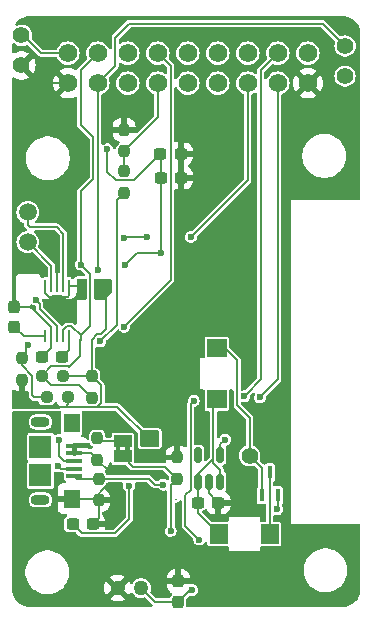
<source format=gbr>
%TF.GenerationSoftware,KiCad,Pcbnew,8.0.5*%
%TF.CreationDate,2025-04-10T23:54:11-07:00*%
%TF.ProjectId,ESP32,45535033-322e-46b6-9963-61645f706362,rev?*%
%TF.SameCoordinates,Original*%
%TF.FileFunction,Copper,L2,Bot*%
%TF.FilePolarity,Positive*%
%FSLAX46Y46*%
G04 Gerber Fmt 4.6, Leading zero omitted, Abs format (unit mm)*
G04 Created by KiCad (PCBNEW 8.0.5) date 2025-04-10 23:54:11*
%MOMM*%
%LPD*%
G01*
G04 APERTURE LIST*
G04 Aperture macros list*
%AMRoundRect*
0 Rectangle with rounded corners*
0 $1 Rounding radius*
0 $2 $3 $4 $5 $6 $7 $8 $9 X,Y pos of 4 corners*
0 Add a 4 corners polygon primitive as box body*
4,1,4,$2,$3,$4,$5,$6,$7,$8,$9,$2,$3,0*
0 Add four circle primitives for the rounded corners*
1,1,$1+$1,$2,$3*
1,1,$1+$1,$4,$5*
1,1,$1+$1,$6,$7*
1,1,$1+$1,$8,$9*
0 Add four rect primitives between the rounded corners*
20,1,$1+$1,$2,$3,$4,$5,0*
20,1,$1+$1,$4,$5,$6,$7,0*
20,1,$1+$1,$6,$7,$8,$9,0*
20,1,$1+$1,$8,$9,$2,$3,0*%
G04 Aperture macros list end*
%TA.AperFunction,EtchedComponent*%
%ADD10C,0.000000*%
%TD*%
%TA.AperFunction,ComponentPad*%
%ADD11C,1.400000*%
%TD*%
%TA.AperFunction,ComponentPad*%
%ADD12C,1.498600*%
%TD*%
%TA.AperFunction,ComponentPad*%
%ADD13C,1.574800*%
%TD*%
%TA.AperFunction,SMDPad,CuDef*%
%ADD14RoundRect,0.237500X-0.300000X-0.237500X0.300000X-0.237500X0.300000X0.237500X-0.300000X0.237500X0*%
%TD*%
%TA.AperFunction,SMDPad,CuDef*%
%ADD15RoundRect,0.237500X0.237500X-0.250000X0.237500X0.250000X-0.237500X0.250000X-0.237500X-0.250000X0*%
%TD*%
%TA.AperFunction,SMDPad,CuDef*%
%ADD16RoundRect,0.237500X-0.237500X0.250000X-0.237500X-0.250000X0.237500X-0.250000X0.237500X0.250000X0*%
%TD*%
%TA.AperFunction,SMDPad,CuDef*%
%ADD17RoundRect,0.237500X0.300000X0.237500X-0.300000X0.237500X-0.300000X-0.237500X0.300000X-0.237500X0*%
%TD*%
%TA.AperFunction,SMDPad,CuDef*%
%ADD18RoundRect,0.237500X0.237500X-0.300000X0.237500X0.300000X-0.237500X0.300000X-0.237500X-0.300000X0*%
%TD*%
%TA.AperFunction,SMDPad,CuDef*%
%ADD19RoundRect,0.237500X0.250000X0.237500X-0.250000X0.237500X-0.250000X-0.237500X0.250000X-0.237500X0*%
%TD*%
%TA.AperFunction,SMDPad,CuDef*%
%ADD20R,0.457200X1.117600*%
%TD*%
%TA.AperFunction,SMDPad,CuDef*%
%ADD21R,1.500000X1.000000*%
%TD*%
%TA.AperFunction,ComponentPad*%
%ADD22C,1.270000*%
%TD*%
%TA.AperFunction,SMDPad,CuDef*%
%ADD23RoundRect,0.237500X-0.237500X0.300000X-0.237500X-0.300000X0.237500X-0.300000X0.237500X0.300000X0*%
%TD*%
%TA.AperFunction,SMDPad,CuDef*%
%ADD24O,0.249999X1.150000*%
%TD*%
%TA.AperFunction,SMDPad,CuDef*%
%ADD25R,1.346200X0.406400*%
%TD*%
%TA.AperFunction,SMDPad,CuDef*%
%ADD26R,1.397000X1.600200*%
%TD*%
%TA.AperFunction,SMDPad,CuDef*%
%ADD27R,1.905000X1.905000*%
%TD*%
%TA.AperFunction,SMDPad,CuDef*%
%ADD28O,1.600200X0.889000*%
%TD*%
%TA.AperFunction,SMDPad,CuDef*%
%ADD29RoundRect,0.150000X0.150000X-0.512500X0.150000X0.512500X-0.150000X0.512500X-0.150000X-0.512500X0*%
%TD*%
%TA.AperFunction,SMDPad,CuDef*%
%ADD30R,1.651000X1.574800*%
%TD*%
%TA.AperFunction,SMDPad,CuDef*%
%ADD31R,1.574800X1.651000*%
%TD*%
%TA.AperFunction,ViaPad*%
%ADD32C,0.600000*%
%TD*%
%TA.AperFunction,Conductor*%
%ADD33C,0.200000*%
%TD*%
G04 APERTURE END LIST*
D10*
%TA.AperFunction,EtchedComponent*%
%TO.C,JP2*%
G36*
X121444996Y-137842500D02*
G01*
X121044996Y-137842500D01*
X121044996Y-137342500D01*
X121444996Y-137342500D01*
X121444996Y-137842500D01*
G37*
%TD.AperFunction*%
%TA.AperFunction,EtchedComponent*%
G36*
X122244996Y-137842500D02*
G01*
X121844996Y-137842500D01*
X121844996Y-137342500D01*
X122244996Y-137342500D01*
X122244996Y-137842500D01*
G37*
%TD.AperFunction*%
%TD*%
D11*
%TO.P,,1*%
%TO.N,Net-(D4-A)*%
X132380000Y-138180000D03*
%TD*%
%TO.P,,1*%
%TO.N,/SDA*%
X140470000Y-103500000D03*
%TD*%
%TO.P,,1*%
%TO.N,/SCL*%
X140460000Y-106050000D03*
%TD*%
%TO.P,REF\u002A\u002A,1*%
%TO.N,+3V3*%
X113060000Y-102590000D03*
%TO.P,REF\u002A\u002A,2*%
%TO.N,GND*%
X113060000Y-105130000D03*
%TD*%
D12*
%TO.P,J3,1,Pin_1*%
%TO.N,Net-(J3-Pin_1)*%
X113596900Y-120086600D03*
%TO.P,J3,2,Pin_2*%
%TO.N,Net-(J3-Pin_2)*%
X113596900Y-117586600D03*
%TD*%
D13*
%TO.P,J1,1,1*%
%TO.N,+3V3*%
X117000000Y-104100000D03*
%TO.P,J1,2,2*%
%TO.N,/SCL*%
X119540000Y-104100000D03*
%TO.P,J1,3,3*%
%TO.N,/VS*%
X122080000Y-104100000D03*
%TO.P,J1,4,4*%
%TO.N,/PCLK*%
X124620000Y-104100000D03*
%TO.P,J1,5,5*%
%TO.N,/D7*%
X127160000Y-104100000D03*
%TO.P,J1,6,6*%
%TO.N,/D5*%
X129700000Y-104100000D03*
%TO.P,J1,7,7*%
%TO.N,/D3*%
X132240000Y-104100000D03*
%TO.P,J1,8,8*%
%TO.N,/D1*%
X134780000Y-104100000D03*
%TO.P,J1,9,9*%
%TO.N,+3V3*%
X137320000Y-104100000D03*
%TD*%
D14*
%TO.P,C4,1*%
%TO.N,+3V3*%
X124817500Y-112630000D03*
%TO.P,C4,2*%
%TO.N,GND*%
X126542500Y-112630000D03*
%TD*%
D13*
%TO.P,J2,1,1*%
%TO.N,GND*%
X117000000Y-106640000D03*
%TO.P,J2,2,2*%
%TO.N,/SDA*%
X119540000Y-106640000D03*
%TO.P,J2,3,3*%
%TO.N,/HS*%
X122080000Y-106640000D03*
%TO.P,J2,4,4*%
%TO.N,Net-(J2-Pad4)*%
X124620000Y-106640000D03*
%TO.P,J2,5,5*%
%TO.N,/D6*%
X127160000Y-106640000D03*
%TO.P,J2,6,6*%
%TO.N,/D4*%
X129700000Y-106640000D03*
%TO.P,J2,7,7*%
%TO.N,/D2*%
X132240000Y-106640000D03*
%TO.P,J2,8,8*%
%TO.N,/D0*%
X134780000Y-106640000D03*
%TO.P,J2,9,9*%
%TO.N,GND*%
X137320000Y-106640000D03*
%TD*%
D14*
%TO.P,C5,1*%
%TO.N,+3V3*%
X124837500Y-114650000D03*
%TO.P,C5,2*%
%TO.N,GND*%
X126562500Y-114650000D03*
%TD*%
D15*
%TO.P,R4,1*%
%TO.N,/MCLK*%
X121750000Y-115912500D03*
%TO.P,R4,2*%
%TO.N,Net-(J2-Pad4)*%
X121750000Y-114087500D03*
%TD*%
D16*
%TO.P,R5,1*%
%TO.N,+3V3*%
X119030000Y-131445000D03*
%TO.P,R5,2*%
%TO.N,/SCL*%
X119030000Y-133270000D03*
%TD*%
D15*
%TO.P,R10,1*%
%TO.N,+3V3*%
X113075000Y-131737500D03*
%TO.P,R10,2*%
%TO.N,/SDA*%
X113075000Y-129912500D03*
%TD*%
%TO.P,R2,1*%
%TO.N,Net-(J2-Pad4)*%
X121750000Y-112412500D03*
%TO.P,R2,2*%
%TO.N,GND*%
X121750000Y-110587500D03*
%TD*%
D16*
%TO.P,R17,2*%
%TO.N,GND*%
X119600000Y-141965000D03*
%TO.P,R17,1*%
%TO.N,Net-(D4-A)*%
X119600000Y-140140000D03*
%TD*%
D15*
%TO.P,R18,1*%
%TO.N,Net-(JP2-B)*%
X126244996Y-140155000D03*
%TO.P,R18,2*%
%TO.N,GND*%
X126244996Y-138330000D03*
%TD*%
D17*
%TO.P,C10,1*%
%TO.N,Net-(U5-REG)*%
X116520000Y-129840000D03*
%TO.P,C10,2*%
%TO.N,GND*%
X114795000Y-129840000D03*
%TD*%
D18*
%TO.P,C8,1*%
%TO.N,Net-(J4-Pin_1)*%
X126340000Y-150552500D03*
%TO.P,C8,2*%
%TO.N,GND*%
X126340000Y-148827500D03*
%TD*%
D19*
%TO.P,R8,1*%
%TO.N,+3V3*%
X116612500Y-131400000D03*
%TO.P,R8,2*%
%TO.N,/SCL*%
X114787500Y-131400000D03*
%TD*%
D15*
%TO.P,R19,1*%
%TO.N,GND*%
X119494996Y-138505000D03*
%TO.P,R19,2*%
%TO.N,Net-(JP2-A)*%
X119494996Y-136680000D03*
%TD*%
D20*
%TO.P,Q1,1,D*%
%TO.N,Net-(J4-Pin_1)*%
X134750400Y-141530400D03*
%TO.P,Q1,2,G*%
%TO.N,Net-(D4-A)*%
X133429600Y-141530400D03*
%TO.P,Q1,3,S*%
%TO.N,Net-(D1-A)*%
X134090000Y-139600000D03*
%TD*%
D21*
%TO.P,JP2,1,A*%
%TO.N,Net-(JP2-A)*%
X121644996Y-136942500D03*
%TO.P,JP2,2,B*%
%TO.N,Net-(JP2-B)*%
X121644996Y-138242500D03*
%TD*%
D22*
%TO.P,J4,1,Pin_1*%
%TO.N,Net-(J4-Pin_1)*%
X123200001Y-149390000D03*
%TO.P,J4,2,Pin_2*%
%TO.N,GND*%
X121200000Y-149390000D03*
%TD*%
D19*
%TO.P,R1,2*%
%TO.N,/SDA*%
X115217500Y-133250000D03*
%TO.P,R1,1*%
%TO.N,+3V3*%
X117042500Y-133250000D03*
%TD*%
D23*
%TO.P,C9,2*%
%TO.N,Net-(U5-EN)*%
X112470000Y-127292500D03*
%TO.P,C9,1*%
%TO.N,GND*%
X112470000Y-125567500D03*
%TD*%
D17*
%TO.P,C12,1*%
%TO.N,GND*%
X129732500Y-142170000D03*
%TO.P,C12,2*%
%TO.N,Net-(D1-K)*%
X128007500Y-142170000D03*
%TD*%
D14*
%TO.P,C13,2*%
%TO.N,GND*%
X119112500Y-143980000D03*
%TO.P,C13,1*%
%TO.N,+3V3*%
X117387500Y-143980000D03*
%TD*%
D24*
%TO.P,U5,10,VDD*%
%TO.N,+3V3*%
X117100000Y-123830000D03*
%TO.P,U5,9,OUT-*%
%TO.N,Net-(J3-Pin_2)*%
X116600001Y-123830000D03*
%TO.P,U5,8,GND*%
%TO.N,GND*%
X116099999Y-123830000D03*
%TO.P,U5,7,OUT+*%
%TO.N,Net-(J3-Pin_1)*%
X115600000Y-123830000D03*
%TO.P,U5,6,VDD_NC*%
%TO.N,+3V3*%
X115099998Y-123830000D03*
%TO.P,U5,5,EN*%
%TO.N,Net-(U5-EN)*%
X115099998Y-128080000D03*
%TO.P,U5,4,IN_TRIG*%
%TO.N,GND*%
X115600000Y-128080000D03*
%TO.P,U5,3,SDA*%
%TO.N,/SDA*%
X116099999Y-128080000D03*
%TO.P,U5,2,SCL*%
%TO.N,/SCL*%
X116600001Y-128080000D03*
%TO.P,U5,1,REG*%
%TO.N,Net-(U5-REG)*%
X117100000Y-128080000D03*
%TD*%
D25*
%TO.P,J5,1,VBUS*%
%TO.N,Net-(D4-A)*%
X117549997Y-139920400D03*
%TO.P,J5,2,D-*%
%TO.N,/USB_D-*%
X117549997Y-139270399D03*
%TO.P,J5,3,D+*%
%TO.N,/USB_D+*%
X117549997Y-138620400D03*
%TO.P,J5,4,ID*%
%TO.N,GND*%
X117549997Y-137970401D03*
%TO.P,J5,5,GND*%
X117549997Y-137320400D03*
D26*
%TO.P,J5,6,Shield*%
X117324996Y-141820401D03*
%TO.P,J5,7*%
%TO.N,N/C*%
X117324996Y-135420399D03*
D27*
%TO.P,J5,8*%
X114674997Y-139820400D03*
%TO.P,J5,9*%
X114674997Y-137420400D03*
D28*
%TO.P,J5,10*%
X114674997Y-141920398D03*
%TO.P,J5,11*%
X114674997Y-135320402D03*
%TD*%
D29*
%TO.P,U6,1,VIN*%
%TO.N,Net-(D1-K)*%
X129910000Y-140390000D03*
%TO.P,U6,2,GND*%
%TO.N,GND*%
X128960000Y-140390000D03*
%TO.P,U6,3,EN*%
%TO.N,Net-(D1-K)*%
X128010000Y-140390000D03*
%TO.P,U6,4,NC*%
%TO.N,unconnected-(U6-NC-Pad4)*%
X128010000Y-138115000D03*
%TO.P,U6,5,VOUT*%
%TO.N,+3V3*%
X129910000Y-138115000D03*
%TD*%
D30*
%TO.P,D6,1,K*%
%TO.N,Net-(D1-K)*%
X129610000Y-133409000D03*
%TO.P,D6,2,A*%
%TO.N,Net-(D4-A)*%
X129610000Y-129091000D03*
%TD*%
D31*
%TO.P,D1,2,A*%
%TO.N,Net-(D1-A)*%
X134089000Y-144810000D03*
%TO.P,D1,1,K*%
%TO.N,Net-(D1-K)*%
X129771000Y-144810000D03*
%TD*%
D32*
%TO.N,GND*%
X113310000Y-122050000D03*
%TO.N,Net-(JP2-B)*%
X125690000Y-144560000D03*
%TO.N,+3V3*%
X122180000Y-140740000D03*
X120240000Y-123630000D03*
X121830000Y-122040000D03*
%TO.N,GND*%
X115485210Y-120349313D03*
%TO.N,/SDA*%
X114260000Y-124960000D03*
%TO.N,GND*%
X120850000Y-139540000D03*
X121050000Y-140740000D03*
X116150000Y-141850000D03*
%TO.N,+3V3*%
X124860000Y-121050000D03*
X123910000Y-136800000D03*
X120340000Y-112230000D03*
%TO.N,GND*%
X128170000Y-148500000D03*
%TO.N,Net-(J4-Pin_1)*%
X134740000Y-142710000D03*
%TO.N,Net-(D4-A)*%
X125060000Y-140630000D03*
%TO.N,Net-(SW3A-B)*%
X128130000Y-145280000D03*
%TO.N,Net-(J4-Pin_1)*%
X127520000Y-149550000D03*
%TO.N,Net-(SW3A-B)*%
X127650000Y-133540000D03*
%TO.N,/D2*%
X121750000Y-119738528D03*
X123700000Y-119690000D03*
%TO.N,/USB_D-*%
X116170000Y-139050000D03*
%TO.N,/USB_D+*%
X116274997Y-136820400D03*
%TO.N,/SCL*%
X118087400Y-122000000D03*
%TO.N,/SDA*%
X113600000Y-128770000D03*
X119540000Y-122460000D03*
%TO.N,/PCLK*%
X121750000Y-127250000D03*
%TO.N,/D1*%
X131920000Y-133150000D03*
%TO.N,/MCLK*%
X119750000Y-128500000D03*
%TO.N,/D0*%
X133250000Y-133250000D03*
%TO.N,/D2*%
X127410000Y-119660000D03*
%TO.N,+3V3*%
X130320000Y-136810000D03*
X118290000Y-124290000D03*
%TD*%
D33*
%TO.N,GND*%
X112470000Y-122890000D02*
X112470000Y-125567500D01*
X113310000Y-122050000D02*
X112470000Y-122890000D01*
%TO.N,/SDA*%
X138570000Y-101600000D02*
X140470000Y-103500000D01*
X122170000Y-101600000D02*
X138570000Y-101600000D01*
X120992600Y-105187400D02*
X119540000Y-106640000D01*
X120992600Y-102777400D02*
X120992600Y-105187400D01*
X122170000Y-101600000D02*
X120992600Y-102777400D01*
%TO.N,GND*%
X117000000Y-106640000D02*
X114710000Y-106640000D01*
X114710000Y-106640000D02*
X113190000Y-105120000D01*
%TO.N,+3V3*%
X117000000Y-104100000D02*
X114710000Y-104100000D01*
X114710000Y-104100000D02*
X113190000Y-102580000D01*
X116900000Y-104200000D02*
X117000000Y-104100000D01*
%TO.N,Net-(D4-A)*%
X131320000Y-133911900D02*
X132390000Y-134981900D01*
X132390000Y-134981900D02*
X132390000Y-138170000D01*
X131320000Y-130075378D02*
X131320000Y-133911900D01*
X133429600Y-141530400D02*
X133429600Y-139209600D01*
X133429600Y-139209600D02*
X132390000Y-138170000D01*
X130335622Y-129091000D02*
X131320000Y-130075378D01*
X129610000Y-129091000D02*
X130335622Y-129091000D01*
%TO.N,Net-(J3-Pin_2)*%
X113596900Y-118646900D02*
X113596900Y-117586600D01*
X113760000Y-118810000D02*
X113596900Y-118646900D01*
%TO.N,Net-(J3-Pin_1)*%
X115600000Y-122089700D02*
X113596900Y-120086600D01*
X115600000Y-123830000D02*
X115600000Y-122089700D01*
%TO.N,Net-(JP2-B)*%
X125722500Y-140677496D02*
X125722500Y-144527500D01*
X125722500Y-144527500D02*
X125690000Y-144560000D01*
X126244996Y-140155000D02*
X125722500Y-140677496D01*
%TO.N,+3V3*%
X122180000Y-143566814D02*
X122180000Y-140740000D01*
X120991814Y-144755000D02*
X122180000Y-143566814D01*
X118162500Y-144755000D02*
X120991814Y-144755000D01*
X117387500Y-143980000D02*
X118162500Y-144755000D01*
X117100000Y-123830000D02*
X117830000Y-123830000D01*
X117830000Y-123830000D02*
X118290000Y-124290000D01*
%TO.N,/SCL*%
X118880681Y-127180000D02*
X118065861Y-127994820D01*
X118900000Y-127180000D02*
X118880681Y-127180000D01*
X118900000Y-122812600D02*
X118900000Y-127180000D01*
X118087400Y-122000000D02*
X118900000Y-122812600D01*
%TO.N,+3V3*%
X117042500Y-133815000D02*
X116800000Y-134057500D01*
X117042500Y-133250000D02*
X117042500Y-133815000D01*
%TO.N,/SCL*%
X115562500Y-132175000D02*
X114787500Y-131400000D01*
X117935000Y-132175000D02*
X115562500Y-132175000D01*
X119030000Y-133270000D02*
X117935000Y-132175000D01*
%TO.N,/SDA*%
X113075000Y-130483278D02*
X113075000Y-129912500D01*
X113990000Y-131398278D02*
X113075000Y-130483278D01*
X113990000Y-133072500D02*
X113990000Y-131398278D01*
X114167500Y-133250000D02*
X113990000Y-133072500D01*
X115217500Y-133250000D02*
X114167500Y-133250000D01*
%TO.N,+3V3*%
X116800000Y-134057500D02*
X119370000Y-134057500D01*
X113745000Y-134095000D02*
X116762500Y-134095000D01*
X116762500Y-134095000D02*
X116800000Y-134057500D01*
X113075000Y-133425000D02*
X113745000Y-134095000D01*
X113075000Y-131737500D02*
X113075000Y-133425000D01*
X119501471Y-127900000D02*
X119030000Y-128371471D01*
X119784314Y-127900000D02*
X119501471Y-127900000D01*
X120240000Y-127444314D02*
X119784314Y-127900000D01*
X120240000Y-123630000D02*
X120240000Y-127444314D01*
X119030000Y-128371471D02*
X119030000Y-131445000D01*
%TO.N,/PCLK*%
X125690000Y-123275200D02*
X125707400Y-123292600D01*
X125690000Y-110453278D02*
X125690000Y-123275200D01*
X125707400Y-110435878D02*
X125690000Y-110453278D01*
X125707400Y-105187400D02*
X125707400Y-110435878D01*
%TO.N,/SCL*%
X118065861Y-128354139D02*
X118050000Y-128370000D01*
X118065861Y-128125861D02*
X118065861Y-128354139D01*
X118050000Y-128370000D02*
X118050000Y-129720000D01*
X118050000Y-128265000D02*
X118050000Y-128370000D01*
X117055861Y-130625000D02*
X117090430Y-130659569D01*
X115562500Y-130625000D02*
X117055861Y-130625000D01*
%TO.N,+3V3*%
X122820000Y-121050000D02*
X121830000Y-122040000D01*
X124860000Y-121050000D02*
X122820000Y-121050000D01*
X115415000Y-124705000D02*
X115099998Y-124389998D01*
X117000000Y-124705000D02*
X115415000Y-124705000D01*
X117100000Y-124605000D02*
X117000000Y-124705000D01*
X115099998Y-124389998D02*
X115099998Y-123830000D01*
X117100000Y-123830000D02*
X117100000Y-124605000D01*
%TO.N,GND*%
X116099999Y-120964102D02*
X115485210Y-120349313D01*
X116099999Y-123830000D02*
X116099999Y-120964102D01*
%TO.N,Net-(J3-Pin_2)*%
X116040000Y-118810000D02*
X116600001Y-119370001D01*
X113760000Y-118810000D02*
X116040000Y-118810000D01*
X116600001Y-119370001D02*
X116600001Y-123830000D01*
%TO.N,/SDA*%
X114604910Y-125304910D02*
X114260000Y-124960000D01*
X114604910Y-125744224D02*
X114604910Y-125304910D01*
%TO.N,/USB_D-*%
X116390399Y-139270399D02*
X116170000Y-139050000D01*
X117549997Y-139270399D02*
X116390399Y-139270399D01*
%TO.N,/SCL*%
X116600001Y-127528958D02*
X116600001Y-128080000D01*
X117276041Y-127205000D02*
X116923959Y-127205000D01*
X116923959Y-127205000D02*
X116600001Y-127528958D01*
X118065861Y-128125861D02*
X118065861Y-127994820D01*
X118065861Y-127994820D02*
X117276041Y-127205000D01*
X115562500Y-130625000D02*
X114787500Y-131400000D01*
X118029569Y-129720430D02*
X117090430Y-130659569D01*
%TO.N,GND*%
X117549997Y-137970401D02*
X117549997Y-137320400D01*
%TO.N,/SDA*%
X116099999Y-127239313D02*
X116099999Y-128080000D01*
X114604910Y-125744224D02*
X116099999Y-127239313D01*
%TO.N,GND*%
X115600000Y-127305000D02*
X113862500Y-125567500D01*
X115600000Y-128080000D02*
X115600000Y-127305000D01*
X113862500Y-125567500D02*
X112470000Y-125567500D01*
%TO.N,Net-(U5-EN)*%
X113257500Y-128080000D02*
X112470000Y-127292500D01*
X115099998Y-128080000D02*
X113257500Y-128080000D01*
%TO.N,/SDA*%
X113420000Y-129567500D02*
X113075000Y-129912500D01*
X113420000Y-128740000D02*
X113420000Y-129567500D01*
%TO.N,GND*%
X115600000Y-128080000D02*
X115600000Y-129035000D01*
X115600000Y-129035000D02*
X114795000Y-129840000D01*
%TO.N,Net-(U5-REG)*%
X117100000Y-129260000D02*
X117100000Y-128080000D01*
X116520000Y-129840000D02*
X117100000Y-129260000D01*
%TO.N,GND*%
X114795000Y-129840000D02*
X114795000Y-129835000D01*
X120529996Y-139540000D02*
X119494996Y-138505000D01*
X120254222Y-140740000D02*
X121050000Y-140740000D01*
X120850000Y-139540000D02*
X120529996Y-139540000D01*
X119173821Y-141820401D02*
X120254222Y-140740000D01*
X117324996Y-141820401D02*
X119173821Y-141820401D01*
X117295397Y-141850000D02*
X117324996Y-141820401D01*
X116150000Y-141850000D02*
X117295397Y-141850000D01*
%TO.N,+3V3*%
X124837500Y-121027500D02*
X124860000Y-121050000D01*
X124837500Y-114650000D02*
X124837500Y-121027500D01*
%TO.N,GND*%
X118960397Y-137970401D02*
X119494996Y-138505000D01*
X117549997Y-137970401D02*
X118960397Y-137970401D01*
X117324996Y-141820401D02*
X117199599Y-141820401D01*
X119455401Y-141820401D02*
X119600000Y-141965000D01*
X117324996Y-141820401D02*
X119455401Y-141820401D01*
X119517500Y-143575000D02*
X119112500Y-143980000D01*
%TO.N,+3V3*%
X117387500Y-143980000D02*
X117387500Y-144367500D01*
X123910000Y-136800000D02*
X121167500Y-134057500D01*
X121167500Y-134057500D02*
X119370000Y-134057500D01*
X119370000Y-134057500D02*
X119496722Y-134057500D01*
X129910000Y-138115000D02*
X129910000Y-137220000D01*
%TO.N,GND*%
X119600000Y-143492500D02*
X119112500Y-143980000D01*
X119600000Y-141965000D02*
X119600000Y-143492500D01*
%TO.N,+3V3*%
X119810000Y-133744222D02*
X119810000Y-132225000D01*
X119496722Y-134057500D02*
X119810000Y-133744222D01*
X119810000Y-132225000D02*
X119030000Y-131445000D01*
X118985000Y-131400000D02*
X119030000Y-131445000D01*
X116612500Y-131400000D02*
X118985000Y-131400000D01*
X122572500Y-114875000D02*
X124817500Y-112630000D01*
X120340000Y-114181722D02*
X121033278Y-114875000D01*
X121033278Y-114875000D02*
X122572500Y-114875000D01*
X120340000Y-112230000D02*
X120340000Y-114181722D01*
X124837500Y-112650000D02*
X124817500Y-112630000D01*
X124837500Y-114650000D02*
X124837500Y-112650000D01*
%TO.N,GND*%
X127842500Y-148827500D02*
X128170000Y-148500000D01*
X126340000Y-148827500D02*
X127842500Y-148827500D01*
%TO.N,Net-(D4-A)*%
X133390000Y-141570000D02*
X133429600Y-141530400D01*
%TO.N,Net-(J4-Pin_1)*%
X134750400Y-142699600D02*
X134740000Y-142710000D01*
X134750400Y-141530400D02*
X134750400Y-142699600D01*
%TO.N,Net-(D1-A)*%
X134090000Y-142511471D02*
X134090000Y-139600000D01*
X134089000Y-142512471D02*
X134090000Y-142511471D01*
X134089000Y-142512471D02*
X134089000Y-144810000D01*
%TO.N,/SCL*%
X119130000Y-111190000D02*
X119130000Y-114750000D01*
X118087400Y-110147400D02*
X119130000Y-111190000D01*
X119130000Y-114750000D02*
X118087400Y-115792600D01*
X118087400Y-105552600D02*
X118087400Y-110147400D01*
X118087400Y-115792600D02*
X118087400Y-122000000D01*
X119540000Y-104100000D02*
X118087400Y-105552600D01*
%TO.N,Net-(D4-A)*%
X125057496Y-140632504D02*
X125060000Y-140630000D01*
X124372500Y-140632504D02*
X125057496Y-140632504D01*
X117769597Y-140140000D02*
X117549997Y-139920400D01*
X119600000Y-140140000D02*
X117769597Y-140140000D01*
X123879996Y-140140000D02*
X119600000Y-140140000D01*
X124372500Y-140632504D02*
X123879996Y-140140000D01*
%TO.N,Net-(SW3A-B)*%
X126947500Y-144097500D02*
X128130000Y-145280000D01*
X126947500Y-141522500D02*
X126947500Y-144097500D01*
X127387500Y-141082500D02*
X126947500Y-141522500D01*
%TO.N,Net-(J4-Pin_1)*%
X127342500Y-149550000D02*
X126340000Y-150552500D01*
X127520000Y-149550000D02*
X127342500Y-149550000D01*
%TO.N,Net-(D4-K)*%
X126152500Y-141860000D02*
X126122500Y-141830000D01*
%TO.N,Net-(D1-K)*%
X128007500Y-143046500D02*
X128007500Y-142170000D01*
X129771000Y-144810000D02*
X128007500Y-143046500D01*
X127987500Y-142150000D02*
X128007500Y-142170000D01*
X127987500Y-140012500D02*
X127987500Y-142150000D01*
%TO.N,Net-(J4-Pin_1)*%
X124362501Y-150552500D02*
X126340000Y-150552500D01*
X123200001Y-149390000D02*
X124362501Y-150552500D01*
%TO.N,Net-(SW3A-B)*%
X127387500Y-133802500D02*
X127387500Y-141082500D01*
X127650000Y-133540000D02*
X127387500Y-133802500D01*
%TO.N,/D2*%
X123700000Y-119690000D02*
X121798528Y-119690000D01*
X121798528Y-119690000D02*
X121750000Y-119738528D01*
%TO.N,/USB_D+*%
X116274997Y-136820400D02*
X116274997Y-138218500D01*
X116274997Y-138218500D02*
X116676897Y-138620400D01*
X116676897Y-138620400D02*
X117549997Y-138620400D01*
%TO.N,Net-(J2-Pad4)*%
X124620000Y-109542500D02*
X121750000Y-112412500D01*
X124620000Y-106640000D02*
X124620000Y-109542500D01*
X121750000Y-112412500D02*
X121750000Y-114087500D01*
%TO.N,Net-(JP2-A)*%
X121644996Y-136942500D02*
X119757496Y-136942500D01*
%TO.N,/SDA*%
X119540000Y-106640000D02*
X119540000Y-122460000D01*
%TO.N,Net-(JP2-B)*%
X125207496Y-139117500D02*
X122519996Y-139117500D01*
X122519996Y-139117500D02*
X121644996Y-138242500D01*
X126244996Y-140155000D02*
X125207496Y-139117500D01*
%TO.N,/PCLK*%
X124620000Y-104100000D02*
X125707400Y-105187400D01*
X125707400Y-123292600D02*
X121750000Y-127250000D01*
%TO.N,/D1*%
X133327400Y-131722600D02*
X132040000Y-133010000D01*
X134780000Y-104100000D02*
X133327400Y-105552600D01*
X133327400Y-105552600D02*
X133327400Y-131722600D01*
%TO.N,/MCLK*%
X121750000Y-115912500D02*
X121150000Y-116512500D01*
X121150000Y-116512500D02*
X121150000Y-127100000D01*
X121150000Y-127100000D02*
X119750000Y-128500000D01*
%TO.N,/D0*%
X133250000Y-133250000D02*
X134780000Y-131720000D01*
X134780000Y-106640000D02*
X134780000Y-131720000D01*
%TO.N,/D2*%
X132240000Y-106640000D02*
X132240000Y-114830000D01*
X132240000Y-114830000D02*
X127410000Y-119660000D01*
%TO.N,Net-(D4-A)*%
X117784597Y-140155000D02*
X117549997Y-139920400D01*
%TO.N,Net-(D1-K)*%
X129610000Y-133409000D02*
X129287500Y-133731500D01*
X129310000Y-133709000D02*
X129310000Y-138310000D01*
X129310000Y-138310000D02*
X129310000Y-138427501D01*
X129610000Y-133409000D02*
X129310000Y-133709000D01*
X129310000Y-138818052D02*
X129310000Y-138310000D01*
X129910000Y-139418052D02*
X129310000Y-138818052D01*
X129910000Y-140390000D02*
X129910000Y-139418052D01*
%TO.N,GND*%
X128937500Y-141375000D02*
X129732500Y-142170000D01*
X128937500Y-140012500D02*
X128937500Y-141375000D01*
%TO.N,Net-(D1-K)*%
X128010000Y-139727501D02*
X128010000Y-140390000D01*
X129310000Y-138427501D02*
X128010000Y-139727501D01*
%TO.N,+3V3*%
X129910000Y-137220000D02*
X130320000Y-136810000D01*
%TD*%
%TA.AperFunction,Conductor*%
%TO.N,GND*%
G36*
X140264418Y-100970816D02*
G01*
X140464561Y-100985130D01*
X140482063Y-100987647D01*
X140673797Y-101029355D01*
X140690755Y-101034334D01*
X140874609Y-101102909D01*
X140890701Y-101110259D01*
X141062904Y-101204288D01*
X141077784Y-101213849D01*
X141234867Y-101331441D01*
X141248237Y-101343027D01*
X141386972Y-101481762D01*
X141398558Y-101495132D01*
X141516146Y-101652210D01*
X141525711Y-101667095D01*
X141619740Y-101839298D01*
X141627090Y-101855390D01*
X141695662Y-102039236D01*
X141700646Y-102056212D01*
X141742351Y-102247931D01*
X141744869Y-102265442D01*
X141759184Y-102465580D01*
X141759500Y-102474427D01*
X141759500Y-116396000D01*
X141739815Y-116463039D01*
X141687011Y-116508794D01*
X141635500Y-116520000D01*
X135929999Y-116520000D01*
X135920000Y-116529999D01*
X135920000Y-117678638D01*
X135900315Y-117745677D01*
X135883681Y-117766319D01*
X135870000Y-117779999D01*
X135870000Y-117780000D01*
X135870000Y-143950000D01*
X141635500Y-143950000D01*
X141702539Y-143969685D01*
X141748294Y-144022489D01*
X141759500Y-144074000D01*
X141759500Y-149465572D01*
X141759184Y-149474419D01*
X141744869Y-149674557D01*
X141742351Y-149692068D01*
X141700646Y-149883787D01*
X141695662Y-149900763D01*
X141627090Y-150084609D01*
X141619740Y-150100701D01*
X141525711Y-150272904D01*
X141516146Y-150287789D01*
X141398558Y-150444867D01*
X141386972Y-150458237D01*
X141248237Y-150596972D01*
X141234867Y-150608558D01*
X141077789Y-150726146D01*
X141062904Y-150735711D01*
X140890701Y-150829740D01*
X140874609Y-150837090D01*
X140690763Y-150905662D01*
X140673787Y-150910646D01*
X140482068Y-150952351D01*
X140464557Y-150954869D01*
X140283779Y-150967799D01*
X140264417Y-150969184D01*
X140255572Y-150969500D01*
X127139500Y-150969500D01*
X127072461Y-150949815D01*
X127026706Y-150897011D01*
X127015500Y-150845500D01*
X127015500Y-150353332D01*
X127035185Y-150286293D01*
X127051815Y-150265655D01*
X127256046Y-150061423D01*
X127317367Y-150027940D01*
X127378659Y-150030129D01*
X127448036Y-150050499D01*
X127448038Y-150050500D01*
X127448039Y-150050500D01*
X127591962Y-150050500D01*
X127591962Y-150050499D01*
X127699121Y-150019035D01*
X127730050Y-150009954D01*
X127730050Y-150009953D01*
X127730053Y-150009953D01*
X127851128Y-149932143D01*
X127945377Y-149823373D01*
X128005165Y-149692457D01*
X128025647Y-149550000D01*
X128005165Y-149407543D01*
X127945377Y-149276627D01*
X127851128Y-149167857D01*
X127730053Y-149090047D01*
X127730051Y-149090046D01*
X127730049Y-149090045D01*
X127730050Y-149090045D01*
X127591963Y-149049500D01*
X127591961Y-149049500D01*
X127448039Y-149049500D01*
X127448038Y-149049500D01*
X127369785Y-149072477D01*
X127334850Y-149077500D01*
X125365001Y-149077500D01*
X125365001Y-149176654D01*
X125375319Y-149277652D01*
X125429546Y-149441300D01*
X125429551Y-149441311D01*
X125520052Y-149588034D01*
X125520055Y-149588038D01*
X125641960Y-149709943D01*
X125744820Y-149773388D01*
X125791544Y-149825336D01*
X125802767Y-149894299D01*
X125779494Y-149952560D01*
X125710883Y-150045526D01*
X125667693Y-150168955D01*
X125626971Y-150225731D01*
X125562018Y-150251478D01*
X125550652Y-150252000D01*
X124538334Y-150252000D01*
X124471295Y-150232315D01*
X124450653Y-150215681D01*
X124021007Y-149786035D01*
X123987522Y-149724712D01*
X123990756Y-149660037D01*
X124021745Y-149564667D01*
X124040103Y-149390000D01*
X124021745Y-149215333D01*
X123967472Y-149048300D01*
X123960629Y-149036447D01*
X123879660Y-148896203D01*
X123879659Y-148896202D01*
X123879658Y-148896200D01*
X123762139Y-148765683D01*
X123697758Y-148718907D01*
X123620050Y-148662448D01*
X123496869Y-148607606D01*
X123459607Y-148591016D01*
X123459605Y-148591015D01*
X123459604Y-148591015D01*
X123287816Y-148554500D01*
X123112186Y-148554500D01*
X122940397Y-148591015D01*
X122779951Y-148662448D01*
X122637864Y-148765682D01*
X122637863Y-148765683D01*
X122520344Y-148896200D01*
X122520342Y-148896201D01*
X122520341Y-148896204D01*
X122475637Y-148973634D01*
X122425070Y-149021850D01*
X122356463Y-149035073D01*
X122291598Y-149009104D01*
X122257250Y-148966906D01*
X122169130Y-148789941D01*
X122169128Y-148789937D01*
X122162453Y-148781099D01*
X122162452Y-148781098D01*
X121581000Y-149362551D01*
X121581000Y-149339840D01*
X121555036Y-149242939D01*
X121504876Y-149156060D01*
X121433940Y-149085124D01*
X121347061Y-149034964D01*
X121250160Y-149009000D01*
X121227448Y-149009000D01*
X121758101Y-148478345D01*
X125365000Y-148478345D01*
X125365000Y-148577500D01*
X126090000Y-148577500D01*
X126590000Y-148577500D01*
X127314999Y-148577500D01*
X127314999Y-148478360D01*
X127314998Y-148478345D01*
X127304680Y-148377347D01*
X127250453Y-148213699D01*
X127250448Y-148213688D01*
X127159947Y-148066965D01*
X127159944Y-148066961D01*
X127038038Y-147945055D01*
X127038034Y-147945052D01*
X126891311Y-147854551D01*
X126891300Y-147854546D01*
X126727652Y-147800319D01*
X126626654Y-147790000D01*
X126590000Y-147790000D01*
X126590000Y-148577500D01*
X126090000Y-148577500D01*
X126090000Y-147790000D01*
X126053361Y-147790000D01*
X126053343Y-147790001D01*
X125952347Y-147800319D01*
X125788699Y-147854546D01*
X125788688Y-147854551D01*
X125641965Y-147945052D01*
X125641961Y-147945055D01*
X125520055Y-148066961D01*
X125520052Y-148066965D01*
X125429551Y-148213688D01*
X125429546Y-148213699D01*
X125375319Y-148377347D01*
X125365000Y-148478345D01*
X121758101Y-148478345D01*
X121806111Y-148430335D01*
X121806110Y-148430334D01*
X121708083Y-148369638D01*
X121708077Y-148369636D01*
X121511936Y-148293651D01*
X121305171Y-148255000D01*
X121094829Y-148255000D01*
X120888064Y-148293651D01*
X120888063Y-148293651D01*
X120691923Y-148369635D01*
X120593887Y-148430335D01*
X121172553Y-149009000D01*
X121149840Y-149009000D01*
X121052939Y-149034964D01*
X120966060Y-149085124D01*
X120895124Y-149156060D01*
X120844964Y-149242939D01*
X120819000Y-149339840D01*
X120819000Y-149362553D01*
X120237546Y-148781099D01*
X120237545Y-148781099D01*
X120230870Y-148789939D01*
X120137111Y-148978230D01*
X120079545Y-149180555D01*
X120060138Y-149389999D01*
X120060138Y-149390000D01*
X120079545Y-149599444D01*
X120137111Y-149801769D01*
X120230871Y-149990062D01*
X120237545Y-149998899D01*
X120819000Y-149417446D01*
X120819000Y-149440160D01*
X120844964Y-149537061D01*
X120895124Y-149623940D01*
X120966060Y-149694876D01*
X121052939Y-149745036D01*
X121149840Y-149771000D01*
X121172553Y-149771000D01*
X120593887Y-150349663D01*
X120691918Y-150410362D01*
X120691920Y-150410363D01*
X120888063Y-150486348D01*
X121094829Y-150525000D01*
X121305171Y-150525000D01*
X121511935Y-150486348D01*
X121511936Y-150486348D01*
X121708079Y-150410363D01*
X121708080Y-150410362D01*
X121806110Y-150349664D01*
X121806111Y-150349663D01*
X121227448Y-149771000D01*
X121250160Y-149771000D01*
X121347061Y-149745036D01*
X121433940Y-149694876D01*
X121504876Y-149623940D01*
X121555036Y-149537061D01*
X121581000Y-149440160D01*
X121581000Y-149417447D01*
X122162452Y-149998899D01*
X122162453Y-149998899D01*
X122169128Y-149990061D01*
X122257250Y-149813093D01*
X122304753Y-149761856D01*
X122372416Y-149744435D01*
X122438757Y-149766361D01*
X122475637Y-149806365D01*
X122520341Y-149883796D01*
X122520342Y-149883798D01*
X122520344Y-149883800D01*
X122637863Y-150014317D01*
X122702701Y-150061425D01*
X122779951Y-150117551D01*
X122841541Y-150144971D01*
X122940395Y-150188984D01*
X123112186Y-150225500D01*
X123287816Y-150225500D01*
X123459607Y-150188984D01*
X123460901Y-150188407D01*
X123461719Y-150188297D01*
X123465791Y-150186975D01*
X123466032Y-150187718D01*
X123530147Y-150179114D01*
X123593427Y-150208734D01*
X123599030Y-150214000D01*
X124142849Y-150757819D01*
X124176334Y-150819142D01*
X124171350Y-150888834D01*
X124129478Y-150944767D01*
X124064014Y-150969184D01*
X124055168Y-150969500D01*
X113764428Y-150969500D01*
X113755582Y-150969184D01*
X113733622Y-150967613D01*
X113555442Y-150954869D01*
X113537931Y-150952351D01*
X113346212Y-150910646D01*
X113329236Y-150905662D01*
X113145390Y-150837090D01*
X113129298Y-150829740D01*
X112957095Y-150735711D01*
X112942210Y-150726146D01*
X112785132Y-150608558D01*
X112771762Y-150596972D01*
X112633027Y-150458237D01*
X112621441Y-150444867D01*
X112503849Y-150287784D01*
X112494288Y-150272904D01*
X112400259Y-150100701D01*
X112392909Y-150084609D01*
X112380187Y-150050500D01*
X112324334Y-149900755D01*
X112319356Y-149883796D01*
X112277647Y-149692063D01*
X112275130Y-149674556D01*
X112274091Y-149660035D01*
X112260816Y-149474418D01*
X112260500Y-149465572D01*
X112260500Y-147928711D01*
X113399500Y-147928711D01*
X113399500Y-148171288D01*
X113431161Y-148411785D01*
X113493947Y-148646104D01*
X113586773Y-148870205D01*
X113586776Y-148870212D01*
X113708064Y-149080289D01*
X113708066Y-149080292D01*
X113708067Y-149080293D01*
X113855733Y-149272736D01*
X113855739Y-149272743D01*
X114027256Y-149444260D01*
X114027263Y-149444266D01*
X114140321Y-149531018D01*
X114219711Y-149591936D01*
X114429788Y-149713224D01*
X114653900Y-149806054D01*
X114888211Y-149868838D01*
X115067626Y-149892458D01*
X115128711Y-149900500D01*
X115128712Y-149900500D01*
X115371289Y-149900500D01*
X115432374Y-149892458D01*
X115611789Y-149868838D01*
X115846100Y-149806054D01*
X116070212Y-149713224D01*
X116280289Y-149591936D01*
X116472738Y-149444265D01*
X116644265Y-149272738D01*
X116791936Y-149080289D01*
X116913224Y-148870212D01*
X117006054Y-148646100D01*
X117068838Y-148411789D01*
X117100500Y-148171288D01*
X117100500Y-147928712D01*
X117078119Y-147758711D01*
X136949500Y-147758711D01*
X136949500Y-148001288D01*
X136981161Y-148241785D01*
X137043947Y-148476104D01*
X137136773Y-148700205D01*
X137136776Y-148700212D01*
X137258064Y-148910289D01*
X137258066Y-148910292D01*
X137258067Y-148910293D01*
X137405733Y-149102736D01*
X137405739Y-149102743D01*
X137577256Y-149274260D01*
X137577263Y-149274266D01*
X137581676Y-149277652D01*
X137769711Y-149421936D01*
X137979788Y-149543224D01*
X138203900Y-149636054D01*
X138438211Y-149698838D01*
X138618586Y-149722584D01*
X138678711Y-149730500D01*
X138678712Y-149730500D01*
X138921289Y-149730500D01*
X138969388Y-149724167D01*
X139161789Y-149698838D01*
X139396100Y-149636054D01*
X139620212Y-149543224D01*
X139830289Y-149421936D01*
X140022738Y-149274265D01*
X140194265Y-149102738D01*
X140341936Y-148910289D01*
X140463224Y-148700212D01*
X140556054Y-148476100D01*
X140618838Y-148241789D01*
X140650500Y-148001288D01*
X140650500Y-147758712D01*
X140618838Y-147518211D01*
X140556054Y-147283900D01*
X140463224Y-147059788D01*
X140341936Y-146849711D01*
X140194265Y-146657262D01*
X140194260Y-146657256D01*
X140022743Y-146485739D01*
X140022736Y-146485733D01*
X139830293Y-146338067D01*
X139830292Y-146338066D01*
X139830289Y-146338064D01*
X139620212Y-146216776D01*
X139578504Y-146199500D01*
X139396104Y-146123947D01*
X139161785Y-146061161D01*
X138921289Y-146029500D01*
X138921288Y-146029500D01*
X138678712Y-146029500D01*
X138678711Y-146029500D01*
X138438214Y-146061161D01*
X138203895Y-146123947D01*
X137979794Y-146216773D01*
X137979785Y-146216777D01*
X137769706Y-146338067D01*
X137577263Y-146485733D01*
X137577256Y-146485739D01*
X137405739Y-146657256D01*
X137405733Y-146657263D01*
X137258067Y-146849706D01*
X137136777Y-147059785D01*
X137136773Y-147059794D01*
X137043947Y-147283895D01*
X136981161Y-147518214D01*
X136949500Y-147758711D01*
X117078119Y-147758711D01*
X117068838Y-147688211D01*
X117006054Y-147453900D01*
X116913224Y-147229788D01*
X116791936Y-147019711D01*
X116644265Y-146827262D01*
X116644260Y-146827256D01*
X116472743Y-146655739D01*
X116472736Y-146655733D01*
X116280293Y-146508067D01*
X116280292Y-146508066D01*
X116280289Y-146508064D01*
X116070212Y-146386776D01*
X116070205Y-146386773D01*
X115846104Y-146293947D01*
X115611785Y-146231161D01*
X115371289Y-146199500D01*
X115371288Y-146199500D01*
X115128712Y-146199500D01*
X115128711Y-146199500D01*
X114888214Y-146231161D01*
X114653895Y-146293947D01*
X114429794Y-146386773D01*
X114429785Y-146386777D01*
X114219706Y-146508067D01*
X114027263Y-146655733D01*
X114027256Y-146655739D01*
X113855739Y-146827256D01*
X113855733Y-146827263D01*
X113708067Y-147019706D01*
X113586777Y-147229785D01*
X113586773Y-147229794D01*
X113493947Y-147453895D01*
X113431161Y-147688214D01*
X113399500Y-147928711D01*
X112260500Y-147928711D01*
X112260500Y-141856866D01*
X113674397Y-141856866D01*
X113674397Y-141983929D01*
X113699182Y-142108530D01*
X113699185Y-142108542D01*
X113747801Y-142225913D01*
X113747808Y-142225926D01*
X113818392Y-142331561D01*
X113818395Y-142331565D01*
X113908229Y-142421399D01*
X113908233Y-142421402D01*
X114013868Y-142491986D01*
X114013881Y-142491993D01*
X114102769Y-142528811D01*
X114131257Y-142540611D01*
X114255865Y-142565397D01*
X114255869Y-142565398D01*
X114255870Y-142565398D01*
X115094125Y-142565398D01*
X115094126Y-142565397D01*
X115218737Y-142540611D01*
X115336119Y-142491990D01*
X115441761Y-142421402D01*
X115531601Y-142331562D01*
X115602189Y-142225920D01*
X115650810Y-142108538D01*
X115675597Y-141983925D01*
X115675597Y-141856871D01*
X115650810Y-141732258D01*
X115623301Y-141665845D01*
X115602192Y-141614882D01*
X115602185Y-141614869D01*
X115531601Y-141509234D01*
X115531598Y-141509230D01*
X115441764Y-141419396D01*
X115441760Y-141419393D01*
X115336125Y-141348809D01*
X115336112Y-141348802D01*
X115218741Y-141300186D01*
X115218729Y-141300183D01*
X115094128Y-141275398D01*
X115094124Y-141275398D01*
X114255870Y-141275398D01*
X114255865Y-141275398D01*
X114131264Y-141300183D01*
X114131252Y-141300186D01*
X114013881Y-141348802D01*
X114013868Y-141348809D01*
X113908233Y-141419393D01*
X113908229Y-141419396D01*
X113818395Y-141509230D01*
X113818392Y-141509234D01*
X113747808Y-141614869D01*
X113747801Y-141614882D01*
X113699185Y-141732253D01*
X113699182Y-141732265D01*
X113674397Y-141856866D01*
X112260500Y-141856866D01*
X112260500Y-135256870D01*
X113674397Y-135256870D01*
X113674397Y-135383933D01*
X113699182Y-135508534D01*
X113699185Y-135508546D01*
X113747801Y-135625917D01*
X113747808Y-135625930D01*
X113818392Y-135731565D01*
X113818395Y-135731569D01*
X113908229Y-135821403D01*
X113908233Y-135821406D01*
X114013868Y-135891990D01*
X114013881Y-135891997D01*
X114059781Y-135911009D01*
X114131257Y-135940615D01*
X114255865Y-135965401D01*
X114255869Y-135965402D01*
X114255870Y-135965402D01*
X115094125Y-135965402D01*
X115094126Y-135965401D01*
X115218737Y-135940615D01*
X115325692Y-135896313D01*
X115336112Y-135891997D01*
X115336112Y-135891996D01*
X115336119Y-135891994D01*
X115441761Y-135821406D01*
X115531601Y-135731566D01*
X115602189Y-135625924D01*
X115650810Y-135508542D01*
X115675597Y-135383929D01*
X115675597Y-135256875D01*
X115650810Y-135132262D01*
X115625042Y-135070052D01*
X115602192Y-135014886D01*
X115602185Y-135014873D01*
X115531601Y-134909237D01*
X115441764Y-134819400D01*
X115441760Y-134819397D01*
X115336125Y-134748813D01*
X115336112Y-134748806D01*
X115218741Y-134700190D01*
X115218729Y-134700187D01*
X115094128Y-134675402D01*
X115094124Y-134675402D01*
X114255870Y-134675402D01*
X114255865Y-134675402D01*
X114131264Y-134700187D01*
X114131252Y-134700190D01*
X114013881Y-134748806D01*
X114013868Y-134748813D01*
X113908233Y-134819397D01*
X113908229Y-134819400D01*
X113818395Y-134909234D01*
X113818393Y-134909237D01*
X113747808Y-135014873D01*
X113747801Y-135014886D01*
X113699185Y-135132257D01*
X113699182Y-135132269D01*
X113674397Y-135256870D01*
X112260500Y-135256870D01*
X112260500Y-134549500D01*
X112280185Y-134482461D01*
X112332989Y-134436706D01*
X112384500Y-134425500D01*
X116182659Y-134425500D01*
X116183109Y-134425491D01*
X116189991Y-134425369D01*
X116198837Y-134425053D01*
X116263316Y-134412227D01*
X116271158Y-134409301D01*
X116340850Y-134404313D01*
X116402174Y-134437795D01*
X116435663Y-134499116D01*
X116436116Y-134549671D01*
X116425996Y-134600551D01*
X116425996Y-136195900D01*
X116406311Y-136262939D01*
X116353507Y-136308694D01*
X116301996Y-136319900D01*
X116203033Y-136319900D01*
X116064946Y-136360445D01*
X116064943Y-136360447D01*
X115979848Y-136415133D01*
X115912809Y-136434817D01*
X115845769Y-136415132D01*
X115809708Y-136379708D01*
X115772049Y-136323347D01*
X115705727Y-136279032D01*
X115705726Y-136279031D01*
X115647249Y-136267400D01*
X115647245Y-136267400D01*
X113702749Y-136267400D01*
X113702744Y-136267400D01*
X113644267Y-136279031D01*
X113644266Y-136279032D01*
X113577944Y-136323347D01*
X113533629Y-136389669D01*
X113533628Y-136389670D01*
X113521997Y-136448147D01*
X113521997Y-138392652D01*
X113533628Y-138451129D01*
X113533629Y-138451130D01*
X113577945Y-138517453D01*
X113586580Y-138526088D01*
X113585751Y-138526916D01*
X113622520Y-138570915D01*
X113631224Y-138640241D01*
X113601067Y-138703267D01*
X113578286Y-138723005D01*
X113577945Y-138723346D01*
X113533629Y-138789669D01*
X113533628Y-138789670D01*
X113521997Y-138848147D01*
X113521997Y-140792652D01*
X113533628Y-140851129D01*
X113533629Y-140851130D01*
X113577944Y-140917452D01*
X113644266Y-140961767D01*
X113644267Y-140961768D01*
X113702744Y-140973399D01*
X113702747Y-140973400D01*
X113702749Y-140973400D01*
X115647247Y-140973400D01*
X115647248Y-140973399D01*
X115662065Y-140970452D01*
X115705726Y-140961768D01*
X115705726Y-140961767D01*
X115705728Y-140961767D01*
X115772049Y-140917452D01*
X115816364Y-140851131D01*
X115816364Y-140851129D01*
X115816365Y-140851129D01*
X115827996Y-140792652D01*
X115827997Y-140792650D01*
X115827997Y-139636853D01*
X115847682Y-139569814D01*
X115900486Y-139524059D01*
X115969644Y-139514115D01*
X115986926Y-139517874D01*
X116029727Y-139530442D01*
X116098038Y-139550500D01*
X116250830Y-139550500D01*
X116250830Y-139551814D01*
X116287837Y-139554017D01*
X116350837Y-139570899D01*
X116552397Y-139570899D01*
X116619436Y-139590584D01*
X116665191Y-139643388D01*
X116676397Y-139694899D01*
X116676397Y-140143352D01*
X116688028Y-140201829D01*
X116688029Y-140201830D01*
X116732344Y-140268151D01*
X116769830Y-140293199D01*
X116814634Y-140346812D01*
X116823341Y-140416137D01*
X116793186Y-140479164D01*
X116733743Y-140515883D01*
X116700938Y-140520301D01*
X116578651Y-140520301D01*
X116519123Y-140526702D01*
X116519116Y-140526704D01*
X116384409Y-140576946D01*
X116384402Y-140576950D01*
X116269308Y-140663110D01*
X116269305Y-140663113D01*
X116183145Y-140778207D01*
X116183141Y-140778214D01*
X116132899Y-140912921D01*
X116132897Y-140912928D01*
X116126496Y-140972456D01*
X116126496Y-141570401D01*
X117450996Y-141570401D01*
X117518035Y-141590086D01*
X117563790Y-141642890D01*
X117574996Y-141694401D01*
X117574996Y-141946401D01*
X117555311Y-142013440D01*
X117502507Y-142059195D01*
X117450996Y-142070401D01*
X116126496Y-142070401D01*
X116126496Y-142668345D01*
X116132897Y-142727873D01*
X116132899Y-142727880D01*
X116183141Y-142862587D01*
X116183145Y-142862594D01*
X116269305Y-142977688D01*
X116269308Y-142977691D01*
X116384402Y-143063851D01*
X116384409Y-143063855D01*
X116519116Y-143114097D01*
X116519123Y-143114099D01*
X116578651Y-143120500D01*
X116578668Y-143120501D01*
X116816440Y-143120501D01*
X116883479Y-143140186D01*
X116929234Y-143192990D01*
X116939178Y-143262148D01*
X116910153Y-143325704D01*
X116887043Y-143344068D01*
X116888001Y-143345366D01*
X116774289Y-143429288D01*
X116774288Y-143429289D01*
X116695884Y-143535523D01*
X116652274Y-143660150D01*
X116649500Y-143689739D01*
X116649500Y-144270260D01*
X116652274Y-144299849D01*
X116695884Y-144424476D01*
X116774288Y-144530710D01*
X116774289Y-144530711D01*
X116880523Y-144609115D01*
X116880524Y-144609115D01*
X116880525Y-144609116D01*
X117005151Y-144652725D01*
X117005150Y-144652725D01*
X117034740Y-144655500D01*
X117034744Y-144655500D01*
X117284962Y-144655500D01*
X117317054Y-144659725D01*
X117332351Y-144663823D01*
X117347938Y-144668000D01*
X117347940Y-144668000D01*
X117427060Y-144668000D01*
X117427062Y-144668000D01*
X117446100Y-144662898D01*
X117457946Y-144659725D01*
X117490038Y-144655500D01*
X117586667Y-144655500D01*
X117653706Y-144675185D01*
X117674348Y-144691819D01*
X117977989Y-144995460D01*
X118008941Y-145013330D01*
X118046508Y-145035020D01*
X118046512Y-145035022D01*
X118122938Y-145055500D01*
X118122940Y-145055500D01*
X121031374Y-145055500D01*
X121031376Y-145055500D01*
X121107803Y-145035021D01*
X121176325Y-144995460D01*
X121232274Y-144939511D01*
X122420460Y-143751325D01*
X122460022Y-143682802D01*
X122480500Y-143606376D01*
X122480500Y-143527252D01*
X122480500Y-141203738D01*
X122500185Y-141136699D01*
X122510787Y-141122535D01*
X122511124Y-141122144D01*
X122511128Y-141122143D01*
X122605377Y-141013373D01*
X122665165Y-140882457D01*
X122685647Y-140740000D01*
X122665165Y-140597543D01*
X122663903Y-140588765D01*
X122665720Y-140588503D01*
X122665722Y-140529562D01*
X122703498Y-140470785D01*
X122767055Y-140441762D01*
X122784698Y-140440500D01*
X123704163Y-140440500D01*
X123771202Y-140460185D01*
X123791844Y-140476819D01*
X124132040Y-140817015D01*
X124187989Y-140872964D01*
X124187991Y-140872965D01*
X124187995Y-140872968D01*
X124247123Y-140907105D01*
X124256511Y-140912525D01*
X124332938Y-140933004D01*
X124412062Y-140933004D01*
X124603669Y-140933004D01*
X124670708Y-140952689D01*
X124697380Y-140975799D01*
X124728872Y-141012143D01*
X124849947Y-141089953D01*
X124849950Y-141089954D01*
X124849949Y-141089954D01*
X124946196Y-141118214D01*
X124985583Y-141129779D01*
X124988036Y-141130499D01*
X124988038Y-141130500D01*
X124988039Y-141130500D01*
X125131961Y-141130500D01*
X125263065Y-141092005D01*
X125332935Y-141092005D01*
X125391713Y-141129779D01*
X125420738Y-141193335D01*
X125422000Y-141210982D01*
X125422000Y-144069577D01*
X125402315Y-144136616D01*
X125365044Y-144173890D01*
X125358873Y-144177855D01*
X125264623Y-144286626D01*
X125264622Y-144286628D01*
X125204834Y-144417543D01*
X125184353Y-144560000D01*
X125204834Y-144702456D01*
X125240389Y-144780309D01*
X125264623Y-144833373D01*
X125358872Y-144942143D01*
X125479947Y-145019953D01*
X125479950Y-145019954D01*
X125479949Y-145019954D01*
X125587107Y-145051417D01*
X125601010Y-145055500D01*
X125618036Y-145060499D01*
X125618038Y-145060500D01*
X125618039Y-145060500D01*
X125761962Y-145060500D01*
X125761962Y-145060499D01*
X125900053Y-145019953D01*
X126021128Y-144942143D01*
X126115377Y-144833373D01*
X126175165Y-144702457D01*
X126195647Y-144560000D01*
X126175165Y-144417543D01*
X126115377Y-144286627D01*
X126115375Y-144286625D01*
X126115374Y-144286622D01*
X126053287Y-144214970D01*
X126024262Y-144151415D01*
X126023000Y-144133768D01*
X126023000Y-142284500D01*
X126042685Y-142217461D01*
X126095489Y-142171706D01*
X126147000Y-142160500D01*
X126192060Y-142160500D01*
X126192062Y-142160500D01*
X126268488Y-142140021D01*
X126337011Y-142100460D01*
X126392960Y-142044511D01*
X126409892Y-142015182D01*
X126415612Y-142005276D01*
X126466178Y-141957059D01*
X126534785Y-141943835D01*
X126599650Y-141969802D01*
X126640180Y-142026716D01*
X126647000Y-142067274D01*
X126647000Y-144137062D01*
X126656868Y-144173890D01*
X126667479Y-144213490D01*
X126667480Y-144213491D01*
X126686867Y-144247071D01*
X126687103Y-144247479D01*
X126707039Y-144282009D01*
X126707041Y-144282012D01*
X127590604Y-145165575D01*
X127624089Y-145226898D01*
X127625661Y-145270902D01*
X127624353Y-145279999D01*
X127644834Y-145422456D01*
X127679606Y-145498595D01*
X127704623Y-145553373D01*
X127798872Y-145662143D01*
X127919947Y-145739953D01*
X127919950Y-145739954D01*
X127919949Y-145739954D01*
X128027107Y-145771417D01*
X128056513Y-145780052D01*
X128058036Y-145780499D01*
X128058038Y-145780500D01*
X128058039Y-145780500D01*
X128201962Y-145780500D01*
X128201962Y-145780499D01*
X128340053Y-145739953D01*
X128461128Y-145662143D01*
X128555377Y-145553373D01*
X128555378Y-145553371D01*
X128561185Y-145546670D01*
X128562385Y-145547710D01*
X128607584Y-145508542D01*
X128676742Y-145498595D01*
X128740299Y-145527618D01*
X128778076Y-145586395D01*
X128783100Y-145621334D01*
X128783100Y-145655252D01*
X128794731Y-145713729D01*
X128794732Y-145713730D01*
X128839047Y-145780052D01*
X128905369Y-145824367D01*
X128905370Y-145824368D01*
X128963847Y-145835999D01*
X128963850Y-145836000D01*
X130485200Y-145836000D01*
X130552239Y-145855685D01*
X130597994Y-145908489D01*
X130609200Y-145960000D01*
X130609200Y-146232400D01*
X133250800Y-146232400D01*
X133250800Y-145960000D01*
X133270485Y-145892961D01*
X133323289Y-145847206D01*
X133374800Y-145836000D01*
X134896150Y-145836000D01*
X134896151Y-145835999D01*
X134910968Y-145833052D01*
X134954629Y-145824368D01*
X134954629Y-145824367D01*
X134954631Y-145824367D01*
X135020952Y-145780052D01*
X135065267Y-145713731D01*
X135065267Y-145713729D01*
X135065268Y-145713729D01*
X135076899Y-145655252D01*
X135076900Y-145655250D01*
X135076900Y-143964749D01*
X135076899Y-143964747D01*
X135065268Y-143906270D01*
X135065267Y-143906269D01*
X135020952Y-143839947D01*
X134954630Y-143795632D01*
X134954629Y-143795631D01*
X134896152Y-143784000D01*
X134896148Y-143784000D01*
X134513500Y-143784000D01*
X134446461Y-143764315D01*
X134400706Y-143711511D01*
X134389500Y-143660000D01*
X134389500Y-143294358D01*
X134409185Y-143227319D01*
X134461989Y-143181564D01*
X134531147Y-143171620D01*
X134548428Y-143175379D01*
X134608405Y-143192990D01*
X134668038Y-143210500D01*
X134668039Y-143210500D01*
X134811962Y-143210500D01*
X134811962Y-143210499D01*
X134950053Y-143169953D01*
X135071128Y-143092143D01*
X135165377Y-142983373D01*
X135225165Y-142852457D01*
X135245647Y-142710000D01*
X135225165Y-142567543D01*
X135165377Y-142436627D01*
X135127150Y-142392510D01*
X135098126Y-142328954D01*
X135108070Y-142259795D01*
X135117762Y-142242416D01*
X135123550Y-142233753D01*
X135123552Y-142233752D01*
X135167867Y-142167431D01*
X135173320Y-142140020D01*
X135179499Y-142108952D01*
X135179500Y-142108950D01*
X135179500Y-140951849D01*
X135179499Y-140951847D01*
X135167868Y-140893370D01*
X135167867Y-140893369D01*
X135123552Y-140827047D01*
X135057230Y-140782732D01*
X135057229Y-140782731D01*
X134998752Y-140771100D01*
X134998748Y-140771100D01*
X134514500Y-140771100D01*
X134447461Y-140751415D01*
X134401706Y-140698611D01*
X134390500Y-140647100D01*
X134390500Y-140418176D01*
X134410185Y-140351137D01*
X134445608Y-140315074D01*
X134463152Y-140303352D01*
X134507467Y-140237031D01*
X134507467Y-140237029D01*
X134507468Y-140237029D01*
X134519099Y-140178552D01*
X134519100Y-140178550D01*
X134519100Y-139021449D01*
X134519099Y-139021447D01*
X134507468Y-138962970D01*
X134507467Y-138962969D01*
X134463152Y-138896647D01*
X134396830Y-138852332D01*
X134396829Y-138852331D01*
X134338352Y-138840700D01*
X134338348Y-138840700D01*
X133841652Y-138840700D01*
X133841647Y-138840700D01*
X133783170Y-138852331D01*
X133783169Y-138852332D01*
X133706693Y-138903433D01*
X133706070Y-138902501D01*
X133655591Y-138930066D01*
X133585899Y-138925082D01*
X133541552Y-138896581D01*
X133257495Y-138612524D01*
X133224010Y-138551201D01*
X133227244Y-138486528D01*
X133265674Y-138368256D01*
X133285460Y-138180000D01*
X133265674Y-137991744D01*
X133207179Y-137811716D01*
X133112533Y-137647784D01*
X132985871Y-137507112D01*
X132985223Y-137506641D01*
X132832730Y-137395848D01*
X132764064Y-137365276D01*
X132710827Y-137320026D01*
X132690506Y-137253177D01*
X132690500Y-137251997D01*
X132690500Y-134942340D01*
X132690499Y-134942336D01*
X132681631Y-134909238D01*
X132670022Y-134865912D01*
X132630460Y-134797389D01*
X131675600Y-133842529D01*
X131642115Y-133781206D01*
X131647099Y-133711514D01*
X131688971Y-133655581D01*
X131754435Y-133631164D01*
X131798216Y-133635871D01*
X131848038Y-133650500D01*
X131848039Y-133650500D01*
X131991962Y-133650500D01*
X131991962Y-133650499D01*
X132111662Y-133615353D01*
X132130050Y-133609954D01*
X132130050Y-133609953D01*
X132130053Y-133609953D01*
X132251128Y-133532143D01*
X132345377Y-133423373D01*
X132405165Y-133292457D01*
X132425647Y-133150000D01*
X132421824Y-133123414D01*
X132431767Y-133054260D01*
X132456878Y-133018091D01*
X132612896Y-132862073D01*
X132674217Y-132828590D01*
X132743909Y-132833574D01*
X132799842Y-132875446D01*
X132824259Y-132940910D01*
X132813369Y-133001267D01*
X132764835Y-133107541D01*
X132764834Y-133107542D01*
X132744353Y-133250000D01*
X132764834Y-133392456D01*
X132815969Y-133504423D01*
X132824623Y-133523373D01*
X132918872Y-133632143D01*
X133039947Y-133709953D01*
X133039950Y-133709954D01*
X133039949Y-133709954D01*
X133178036Y-133750499D01*
X133178038Y-133750500D01*
X133178039Y-133750500D01*
X133321962Y-133750500D01*
X133321962Y-133750499D01*
X133460053Y-133709953D01*
X133581128Y-133632143D01*
X133675377Y-133523373D01*
X133735165Y-133392457D01*
X133755647Y-133250000D01*
X133754339Y-133240905D01*
X133764279Y-133171749D01*
X133789392Y-133135577D01*
X135020460Y-131904511D01*
X135060022Y-131835988D01*
X135080500Y-131759562D01*
X135080500Y-131680438D01*
X135080500Y-112678711D01*
X136849500Y-112678711D01*
X136849500Y-112921288D01*
X136881161Y-113161785D01*
X136943947Y-113396104D01*
X137026790Y-113596104D01*
X137036776Y-113620212D01*
X137158064Y-113830289D01*
X137158066Y-113830292D01*
X137158067Y-113830293D01*
X137305733Y-114022736D01*
X137305739Y-114022743D01*
X137477256Y-114194260D01*
X137477263Y-114194266D01*
X137491936Y-114205525D01*
X137669711Y-114341936D01*
X137879788Y-114463224D01*
X138103900Y-114556054D01*
X138338211Y-114618838D01*
X138508116Y-114641206D01*
X138578711Y-114650500D01*
X138578712Y-114650500D01*
X138821289Y-114650500D01*
X138891884Y-114641206D01*
X139061789Y-114618838D01*
X139296100Y-114556054D01*
X139520212Y-114463224D01*
X139730289Y-114341936D01*
X139922738Y-114194265D01*
X140094265Y-114022738D01*
X140241936Y-113830289D01*
X140363224Y-113620212D01*
X140456054Y-113396100D01*
X140518838Y-113161789D01*
X140550500Y-112921288D01*
X140550500Y-112678712D01*
X140518838Y-112438211D01*
X140456054Y-112203900D01*
X140363224Y-111979788D01*
X140241936Y-111769711D01*
X140094265Y-111577262D01*
X140094260Y-111577256D01*
X139922743Y-111405739D01*
X139922736Y-111405733D01*
X139730293Y-111258067D01*
X139730292Y-111258066D01*
X139730289Y-111258064D01*
X139520212Y-111136776D01*
X139520205Y-111136773D01*
X139296104Y-111043947D01*
X139061785Y-110981161D01*
X138821289Y-110949500D01*
X138821288Y-110949500D01*
X138578712Y-110949500D01*
X138578711Y-110949500D01*
X138338214Y-110981161D01*
X138103895Y-111043947D01*
X137879794Y-111136773D01*
X137879785Y-111136777D01*
X137669706Y-111258067D01*
X137477263Y-111405733D01*
X137477256Y-111405739D01*
X137305739Y-111577256D01*
X137305733Y-111577263D01*
X137158067Y-111769706D01*
X137158064Y-111769710D01*
X137158064Y-111769711D01*
X137153704Y-111777263D01*
X137036777Y-111979785D01*
X137036773Y-111979794D01*
X136943947Y-112203895D01*
X136881161Y-112438214D01*
X136849500Y-112678711D01*
X135080500Y-112678711D01*
X135080500Y-107672852D01*
X135100185Y-107605813D01*
X135152989Y-107560058D01*
X135157053Y-107558289D01*
X135159884Y-107557116D01*
X135331497Y-107465387D01*
X135331499Y-107465384D01*
X135331503Y-107465383D01*
X135481931Y-107341931D01*
X135605383Y-107191503D01*
X135605384Y-107191499D01*
X135605387Y-107191497D01*
X135697115Y-107019886D01*
X135697115Y-107019885D01*
X135697117Y-107019882D01*
X135753606Y-106833662D01*
X135772680Y-106640000D01*
X135772680Y-106639998D01*
X136027682Y-106639998D01*
X136027682Y-106640001D01*
X136047314Y-106864403D01*
X136047316Y-106864414D01*
X136105615Y-107081991D01*
X136105618Y-107082000D01*
X136200819Y-107286157D01*
X136200820Y-107286159D01*
X136250020Y-107356424D01*
X136250021Y-107356425D01*
X136809765Y-106796680D01*
X136822950Y-106845885D01*
X136893174Y-106967515D01*
X136992485Y-107066826D01*
X137114115Y-107137050D01*
X137163318Y-107150233D01*
X136603573Y-107709978D01*
X136673840Y-107759179D01*
X136673842Y-107759180D01*
X136877999Y-107854381D01*
X136878008Y-107854384D01*
X137095585Y-107912683D01*
X137095596Y-107912685D01*
X137319998Y-107932318D01*
X137320002Y-107932318D01*
X137544403Y-107912685D01*
X137544414Y-107912683D01*
X137761991Y-107854384D01*
X137762000Y-107854380D01*
X137966156Y-107759181D01*
X138036425Y-107709978D01*
X137476681Y-107150233D01*
X137525885Y-107137050D01*
X137647515Y-107066826D01*
X137746826Y-106967515D01*
X137817050Y-106845885D01*
X137830233Y-106796680D01*
X138389978Y-107356425D01*
X138439181Y-107286156D01*
X138534380Y-107082000D01*
X138534384Y-107081991D01*
X138592683Y-106864414D01*
X138592685Y-106864403D01*
X138612318Y-106640001D01*
X138612318Y-106639998D01*
X138592685Y-106415596D01*
X138592683Y-106415585D01*
X138534384Y-106198008D01*
X138534381Y-106197999D01*
X138465367Y-106050000D01*
X139554540Y-106050000D01*
X139574326Y-106238256D01*
X139574327Y-106238259D01*
X139632818Y-106418277D01*
X139632821Y-106418284D01*
X139727467Y-106582216D01*
X139842725Y-106710223D01*
X139854129Y-106722888D01*
X140007265Y-106834148D01*
X140007270Y-106834151D01*
X140180192Y-106911142D01*
X140180197Y-106911144D01*
X140365354Y-106950500D01*
X140365355Y-106950500D01*
X140554644Y-106950500D01*
X140554646Y-106950500D01*
X140739803Y-106911144D01*
X140912730Y-106834151D01*
X141065871Y-106722888D01*
X141192533Y-106582216D01*
X141287179Y-106418284D01*
X141345674Y-106238256D01*
X141365460Y-106050000D01*
X141345674Y-105861744D01*
X141287179Y-105681716D01*
X141192533Y-105517784D01*
X141065871Y-105377112D01*
X141065870Y-105377111D01*
X140912734Y-105265851D01*
X140912729Y-105265848D01*
X140739807Y-105188857D01*
X140739802Y-105188855D01*
X140594001Y-105157865D01*
X140554646Y-105149500D01*
X140365354Y-105149500D01*
X140333089Y-105156358D01*
X140180197Y-105188855D01*
X140180192Y-105188857D01*
X140007270Y-105265848D01*
X140007265Y-105265851D01*
X139854129Y-105377111D01*
X139727466Y-105517785D01*
X139632821Y-105681715D01*
X139632818Y-105681722D01*
X139580910Y-105841480D01*
X139574326Y-105861744D01*
X139554540Y-106050000D01*
X138465367Y-106050000D01*
X138439180Y-105993842D01*
X138439179Y-105993840D01*
X138389978Y-105923574D01*
X138389978Y-105923573D01*
X137830233Y-106483318D01*
X137817050Y-106434115D01*
X137746826Y-106312485D01*
X137647515Y-106213174D01*
X137525885Y-106142950D01*
X137476680Y-106129765D01*
X138036425Y-105570021D01*
X138036424Y-105570020D01*
X137966159Y-105520820D01*
X137966157Y-105520819D01*
X137762000Y-105425618D01*
X137761991Y-105425615D01*
X137544414Y-105367316D01*
X137544403Y-105367314D01*
X137320002Y-105347682D01*
X137319998Y-105347682D01*
X137095596Y-105367314D01*
X137095585Y-105367316D01*
X136878008Y-105425615D01*
X136877999Y-105425618D01*
X136673838Y-105520821D01*
X136603573Y-105570019D01*
X137163319Y-106129765D01*
X137114115Y-106142950D01*
X136992485Y-106213174D01*
X136893174Y-106312485D01*
X136822950Y-106434115D01*
X136809765Y-106483319D01*
X136250019Y-105923573D01*
X136200821Y-105993838D01*
X136105618Y-106197999D01*
X136105615Y-106198008D01*
X136047316Y-106415585D01*
X136047314Y-106415596D01*
X136027682Y-106639998D01*
X135772680Y-106639998D01*
X135753606Y-106446338D01*
X135697117Y-106260118D01*
X135697115Y-106260115D01*
X135697115Y-106260113D01*
X135605387Y-106088502D01*
X135605382Y-106088496D01*
X135481931Y-105938068D01*
X135331503Y-105814617D01*
X135331497Y-105814612D01*
X135159886Y-105722884D01*
X134973660Y-105666393D01*
X134780000Y-105647320D01*
X134586339Y-105666393D01*
X134400113Y-105722884D01*
X134228502Y-105814612D01*
X134228496Y-105814617D01*
X134078068Y-105938068D01*
X133954617Y-106088496D01*
X133954612Y-106088502D01*
X133861258Y-106263157D01*
X133812296Y-106313002D01*
X133744158Y-106328462D01*
X133678478Y-106304630D01*
X133636110Y-106249073D01*
X133627900Y-106204704D01*
X133627900Y-105728432D01*
X133647585Y-105661393D01*
X133664215Y-105640755D01*
X134262149Y-105042820D01*
X134323470Y-105009337D01*
X134393161Y-105014321D01*
X134397277Y-105015940D01*
X134400114Y-105017115D01*
X134400118Y-105017117D01*
X134586338Y-105073606D01*
X134780000Y-105092680D01*
X134973662Y-105073606D01*
X135159882Y-105017117D01*
X135170267Y-105011566D01*
X135331497Y-104925387D01*
X135331499Y-104925384D01*
X135331503Y-104925383D01*
X135481931Y-104801931D01*
X135605383Y-104651503D01*
X135605384Y-104651499D01*
X135605387Y-104651497D01*
X135697115Y-104479886D01*
X135697116Y-104479884D01*
X135697117Y-104479882D01*
X135753606Y-104293662D01*
X135772680Y-104100000D01*
X136327320Y-104100000D01*
X136346393Y-104293660D01*
X136402884Y-104479886D01*
X136494612Y-104651497D01*
X136494617Y-104651503D01*
X136618068Y-104801931D01*
X136768496Y-104925382D01*
X136768502Y-104925387D01*
X136940113Y-105017115D01*
X136940115Y-105017115D01*
X136940118Y-105017117D01*
X137126338Y-105073606D01*
X137320000Y-105092680D01*
X137513662Y-105073606D01*
X137699882Y-105017117D01*
X137710267Y-105011566D01*
X137871497Y-104925387D01*
X137871499Y-104925384D01*
X137871503Y-104925383D01*
X138021931Y-104801931D01*
X138145383Y-104651503D01*
X138145384Y-104651499D01*
X138145387Y-104651497D01*
X138237115Y-104479886D01*
X138237116Y-104479884D01*
X138237117Y-104479882D01*
X138293606Y-104293662D01*
X138312680Y-104100000D01*
X138293606Y-103906338D01*
X138237117Y-103720118D01*
X138237115Y-103720115D01*
X138237115Y-103720113D01*
X138145387Y-103548502D01*
X138145382Y-103548496D01*
X138021931Y-103398068D01*
X137871503Y-103274617D01*
X137871497Y-103274612D01*
X137699886Y-103182884D01*
X137513660Y-103126393D01*
X137320000Y-103107320D01*
X137126339Y-103126393D01*
X136940113Y-103182884D01*
X136768502Y-103274612D01*
X136768496Y-103274617D01*
X136618068Y-103398068D01*
X136494617Y-103548496D01*
X136494612Y-103548502D01*
X136402884Y-103720113D01*
X136346393Y-103906339D01*
X136327320Y-104100000D01*
X135772680Y-104100000D01*
X135753606Y-103906338D01*
X135697117Y-103720118D01*
X135697115Y-103720115D01*
X135697115Y-103720113D01*
X135605387Y-103548502D01*
X135605382Y-103548496D01*
X135481931Y-103398068D01*
X135331503Y-103274617D01*
X135331497Y-103274612D01*
X135159886Y-103182884D01*
X134973660Y-103126393D01*
X134780000Y-103107320D01*
X134586339Y-103126393D01*
X134400113Y-103182884D01*
X134228502Y-103274612D01*
X134228496Y-103274617D01*
X134078068Y-103398068D01*
X133954617Y-103548496D01*
X133954612Y-103548502D01*
X133862884Y-103720113D01*
X133806393Y-103906339D01*
X133787320Y-104100000D01*
X133806393Y-104293660D01*
X133838803Y-104400500D01*
X133862881Y-104479877D01*
X133862885Y-104479888D01*
X133864057Y-104482717D01*
X133864229Y-104484317D01*
X133864652Y-104485712D01*
X133864387Y-104485792D01*
X133871526Y-104552187D01*
X133840250Y-104614666D01*
X133837177Y-104617850D01*
X133142889Y-105312140D01*
X133086941Y-105368087D01*
X133086935Y-105368095D01*
X133047382Y-105436604D01*
X133047379Y-105436609D01*
X133026900Y-105513039D01*
X133026900Y-105745625D01*
X133007215Y-105812664D01*
X132954411Y-105858419D01*
X132885253Y-105868363D01*
X132824237Y-105841480D01*
X132791503Y-105814616D01*
X132791497Y-105814612D01*
X132619886Y-105722884D01*
X132433660Y-105666393D01*
X132240000Y-105647320D01*
X132046339Y-105666393D01*
X131860113Y-105722884D01*
X131688502Y-105814612D01*
X131688496Y-105814617D01*
X131538068Y-105938068D01*
X131414617Y-106088496D01*
X131414612Y-106088502D01*
X131322884Y-106260113D01*
X131266393Y-106446339D01*
X131247320Y-106640000D01*
X131266393Y-106833660D01*
X131322884Y-107019886D01*
X131414612Y-107191497D01*
X131414617Y-107191503D01*
X131538068Y-107341931D01*
X131688496Y-107465382D01*
X131688502Y-107465387D01*
X131860115Y-107557116D01*
X131862947Y-107558289D01*
X131864203Y-107559301D01*
X131865490Y-107559989D01*
X131865359Y-107560232D01*
X131917353Y-107602127D01*
X131939421Y-107668420D01*
X131939500Y-107672852D01*
X131939500Y-114654166D01*
X131919815Y-114721205D01*
X131903181Y-114741847D01*
X127521847Y-119123181D01*
X127460524Y-119156666D01*
X127434166Y-119159500D01*
X127338036Y-119159500D01*
X127199949Y-119200045D01*
X127078873Y-119277856D01*
X126984623Y-119386626D01*
X126984622Y-119386628D01*
X126924834Y-119517543D01*
X126904353Y-119660000D01*
X126924834Y-119802456D01*
X126984622Y-119933371D01*
X126984623Y-119933373D01*
X127078872Y-120042143D01*
X127199947Y-120119953D01*
X127199950Y-120119954D01*
X127199949Y-120119954D01*
X127338036Y-120160499D01*
X127338038Y-120160500D01*
X127338039Y-120160500D01*
X127481962Y-120160500D01*
X127481962Y-120160499D01*
X127620053Y-120119953D01*
X127741128Y-120042143D01*
X127835377Y-119933373D01*
X127895165Y-119802457D01*
X127915647Y-119660000D01*
X127914339Y-119650905D01*
X127924279Y-119581749D01*
X127949392Y-119545577D01*
X132480460Y-115014511D01*
X132520022Y-114945988D01*
X132540500Y-114869562D01*
X132540500Y-114790438D01*
X132540500Y-107672852D01*
X132560185Y-107605813D01*
X132612989Y-107560058D01*
X132617053Y-107558289D01*
X132619884Y-107557116D01*
X132791497Y-107465387D01*
X132791504Y-107465382D01*
X132824235Y-107438521D01*
X132888545Y-107411208D01*
X132957413Y-107422999D01*
X133008973Y-107470151D01*
X133026900Y-107534374D01*
X133026900Y-131546767D01*
X133007215Y-131613806D01*
X132990581Y-131634448D01*
X132011848Y-132613181D01*
X131950525Y-132646666D01*
X131924167Y-132649500D01*
X131848035Y-132649500D01*
X131779434Y-132669643D01*
X131709564Y-132669643D01*
X131650786Y-132631868D01*
X131621762Y-132568312D01*
X131620500Y-132550666D01*
X131620500Y-130035818D01*
X131620499Y-130035814D01*
X131610909Y-130000021D01*
X131600022Y-129959390D01*
X131560460Y-129890867D01*
X130672319Y-129002726D01*
X130638834Y-128941403D01*
X130636000Y-128915045D01*
X130636000Y-128283849D01*
X130635999Y-128283847D01*
X130624368Y-128225370D01*
X130624367Y-128225369D01*
X130580052Y-128159047D01*
X130513730Y-128114732D01*
X130513729Y-128114731D01*
X130455252Y-128103100D01*
X130455248Y-128103100D01*
X128764752Y-128103100D01*
X128764747Y-128103100D01*
X128706270Y-128114731D01*
X128706269Y-128114732D01*
X128639947Y-128159047D01*
X128595632Y-128225369D01*
X128595631Y-128225370D01*
X128584000Y-128283847D01*
X128584000Y-129805200D01*
X128564315Y-129872239D01*
X128511511Y-129917994D01*
X128460000Y-129929200D01*
X128187600Y-129929200D01*
X128187600Y-132570800D01*
X128460000Y-132570800D01*
X128527039Y-132590485D01*
X128572794Y-132643289D01*
X128584000Y-132694800D01*
X128584000Y-134216152D01*
X128595631Y-134274629D01*
X128595632Y-134274630D01*
X128639947Y-134340952D01*
X128706269Y-134385267D01*
X128706270Y-134385268D01*
X128764747Y-134396899D01*
X128764750Y-134396900D01*
X128764752Y-134396900D01*
X128885500Y-134396900D01*
X128952539Y-134416585D01*
X128998294Y-134469389D01*
X129009500Y-134520900D01*
X129009500Y-138251668D01*
X128989815Y-138318707D01*
X128973181Y-138339349D01*
X128722181Y-138590349D01*
X128660858Y-138623834D01*
X128591166Y-138618850D01*
X128535233Y-138576978D01*
X128510816Y-138511514D01*
X128510500Y-138502668D01*
X128510500Y-137569239D01*
X128502104Y-137511615D01*
X128500573Y-137501107D01*
X128449198Y-137396017D01*
X128449196Y-137396015D01*
X128449196Y-137396014D01*
X128366485Y-137313303D01*
X128320472Y-137290809D01*
X128277809Y-137269952D01*
X128261391Y-137261926D01*
X128193261Y-137252000D01*
X128193260Y-137252000D01*
X127826740Y-137252000D01*
X127826738Y-137252000D01*
X127822269Y-137252324D01*
X127822133Y-137250458D01*
X127760641Y-137241702D01*
X127707775Y-137196019D01*
X127688000Y-137129006D01*
X127688000Y-134143297D01*
X127707685Y-134076258D01*
X127760489Y-134030503D01*
X127777066Y-134024320D01*
X127860050Y-133999954D01*
X127860050Y-133999953D01*
X127860053Y-133999953D01*
X127981128Y-133922143D01*
X128075377Y-133813373D01*
X128135165Y-133682457D01*
X128155647Y-133540000D01*
X128135165Y-133397543D01*
X128075377Y-133266627D01*
X127981128Y-133157857D01*
X127860053Y-133080047D01*
X127860051Y-133080046D01*
X127860049Y-133080045D01*
X127860050Y-133080045D01*
X127721963Y-133039500D01*
X127721961Y-133039500D01*
X127578039Y-133039500D01*
X127578036Y-133039500D01*
X127439949Y-133080045D01*
X127318873Y-133157856D01*
X127224623Y-133266626D01*
X127224622Y-133266628D01*
X127164834Y-133397543D01*
X127144353Y-133540000D01*
X127144353Y-133540001D01*
X127147758Y-133563687D01*
X127137813Y-133632846D01*
X127132408Y-133643330D01*
X127107481Y-133686506D01*
X127107479Y-133686509D01*
X127087000Y-133762939D01*
X127087000Y-137364179D01*
X127067315Y-137431218D01*
X127014511Y-137476973D01*
X126945353Y-137486917D01*
X126897903Y-137469717D01*
X126796307Y-137407051D01*
X126796296Y-137407046D01*
X126632648Y-137352819D01*
X126531650Y-137342500D01*
X126494996Y-137342500D01*
X126494996Y-138456000D01*
X126475311Y-138523039D01*
X126422507Y-138568794D01*
X126370996Y-138580000D01*
X125269997Y-138580000D01*
X125269997Y-138629152D01*
X125275233Y-138680397D01*
X125262464Y-138749090D01*
X125214584Y-138799975D01*
X125151875Y-138817000D01*
X122719496Y-138817000D01*
X122652457Y-138797315D01*
X122606702Y-138744511D01*
X122595496Y-138693000D01*
X122595496Y-138030845D01*
X125269996Y-138030845D01*
X125269996Y-138080000D01*
X125994996Y-138080000D01*
X125994996Y-137342500D01*
X125958357Y-137342500D01*
X125958339Y-137342501D01*
X125857343Y-137352819D01*
X125693695Y-137407046D01*
X125693684Y-137407051D01*
X125546961Y-137497552D01*
X125546957Y-137497555D01*
X125425051Y-137619461D01*
X125425048Y-137619465D01*
X125334547Y-137766188D01*
X125334542Y-137766199D01*
X125280315Y-137929847D01*
X125269996Y-138030845D01*
X122595496Y-138030845D01*
X122595496Y-137722749D01*
X122595495Y-137722747D01*
X122583864Y-137664270D01*
X122583863Y-137664268D01*
X122581941Y-137661392D01*
X122579677Y-137654164D01*
X122579190Y-137652987D01*
X122579295Y-137652943D01*
X122561062Y-137594715D01*
X122579546Y-137527335D01*
X122581941Y-137523608D01*
X122583863Y-137520731D01*
X122583864Y-137520729D01*
X122595495Y-137462252D01*
X122595496Y-137462250D01*
X122595496Y-136422749D01*
X122595495Y-136422747D01*
X122583864Y-136364270D01*
X122583863Y-136364269D01*
X122539548Y-136297947D01*
X122473226Y-136253632D01*
X122473225Y-136253631D01*
X122414748Y-136242000D01*
X122414744Y-136242000D01*
X120875248Y-136242000D01*
X120875243Y-136242000D01*
X120816766Y-136253631D01*
X120816765Y-136253632D01*
X120750443Y-136297947D01*
X120706128Y-136364269D01*
X120706127Y-136364270D01*
X120694496Y-136422747D01*
X120694496Y-136518000D01*
X120674811Y-136585039D01*
X120622007Y-136630794D01*
X120570496Y-136642000D01*
X120294496Y-136642000D01*
X120227457Y-136622315D01*
X120181702Y-136569511D01*
X120170496Y-136518000D01*
X120170496Y-136377239D01*
X120167721Y-136347650D01*
X120134822Y-136253632D01*
X120124112Y-136223025D01*
X120087304Y-136173152D01*
X120045707Y-136116789D01*
X120045706Y-136116788D01*
X119939472Y-136038384D01*
X119814844Y-135994774D01*
X119814845Y-135994774D01*
X119785256Y-135992000D01*
X119785252Y-135992000D01*
X119204740Y-135992000D01*
X119204736Y-135992000D01*
X119175146Y-135994774D01*
X119050519Y-136038384D01*
X118944285Y-136116788D01*
X118944284Y-136116789D01*
X118865880Y-136223023D01*
X118822270Y-136347650D01*
X118819496Y-136377239D01*
X118819496Y-136706997D01*
X118799811Y-136774036D01*
X118747007Y-136819791D01*
X118677849Y-136829735D01*
X118614293Y-136800710D01*
X118596231Y-136781310D01*
X118580286Y-136760011D01*
X118580284Y-136760009D01*
X118465190Y-136673849D01*
X118465183Y-136673845D01*
X118330476Y-136623603D01*
X118330469Y-136623601D01*
X118270941Y-136617200D01*
X118199455Y-136617200D01*
X118132416Y-136597515D01*
X118086661Y-136544711D01*
X118076717Y-136475553D01*
X118105742Y-136411997D01*
X118130563Y-136390098D01*
X118131205Y-136389669D01*
X118168048Y-136365051D01*
X118212363Y-136298730D01*
X118212363Y-136298728D01*
X118212364Y-136298728D01*
X118223995Y-136240251D01*
X118223996Y-136240249D01*
X118223996Y-134600548D01*
X118223995Y-134600546D01*
X118212364Y-134542069D01*
X118207690Y-134530786D01*
X118211470Y-134529219D01*
X118197380Y-134484191D01*
X118215877Y-134416814D01*
X118267865Y-134370133D01*
X118321361Y-134358000D01*
X119330438Y-134358000D01*
X119457160Y-134358000D01*
X119536284Y-134358000D01*
X120991667Y-134358000D01*
X121058706Y-134377685D01*
X121079348Y-134394319D01*
X122858181Y-136173152D01*
X122891666Y-136234475D01*
X122894500Y-136260833D01*
X122894500Y-137278638D01*
X122895678Y-137300618D01*
X122898511Y-137326965D01*
X122898512Y-137326967D01*
X122922470Y-137403478D01*
X122922471Y-137403483D01*
X122926543Y-137410940D01*
X122955956Y-137464805D01*
X122955958Y-137464808D01*
X122955960Y-137464811D01*
X122990998Y-137511615D01*
X122991001Y-137511619D01*
X122991009Y-137511629D01*
X122991018Y-137511638D01*
X122998366Y-137518987D01*
X123014716Y-137533674D01*
X123014730Y-137533686D01*
X123014738Y-137533693D01*
X123023136Y-137540460D01*
X123035379Y-137550327D01*
X123106424Y-137587490D01*
X123173456Y-137607173D01*
X123173458Y-137607173D01*
X123173464Y-137607175D01*
X123231362Y-137615500D01*
X123231366Y-137615500D01*
X124615991Y-137615500D01*
X124616000Y-137615500D01*
X124659684Y-137610803D01*
X124688875Y-137604452D01*
X124711174Y-137599602D01*
X124711190Y-137599598D01*
X124711195Y-137599597D01*
X124721373Y-137597110D01*
X124802085Y-137554100D01*
X124854889Y-137508345D01*
X124872843Y-137490754D01*
X124917490Y-137410937D01*
X124937175Y-137343898D01*
X124945500Y-137286000D01*
X124945500Y-136171362D01*
X124944322Y-136149393D01*
X124941488Y-136123035D01*
X124917529Y-136046518D01*
X124884044Y-135985195D01*
X124850671Y-135940615D01*
X124849001Y-135938384D01*
X124848998Y-135938381D01*
X124848991Y-135938371D01*
X124821629Y-135911009D01*
X124821628Y-135911008D01*
X124821623Y-135911003D01*
X124805283Y-135896325D01*
X124805269Y-135896313D01*
X124784620Y-135879672D01*
X124713575Y-135842509D01*
X124646543Y-135822826D01*
X124636646Y-135821403D01*
X124588638Y-135814500D01*
X124588634Y-135814500D01*
X123400833Y-135814500D01*
X123333794Y-135794815D01*
X123313152Y-135778181D01*
X121352013Y-133817041D01*
X121348439Y-133814978D01*
X121348438Y-133814977D01*
X121283492Y-133777480D01*
X121283493Y-133777480D01*
X121274460Y-133775059D01*
X121207062Y-133757000D01*
X121207060Y-133757000D01*
X120234500Y-133757000D01*
X120167461Y-133737315D01*
X120121706Y-133684511D01*
X120110500Y-133633000D01*
X120110500Y-132185440D01*
X120110500Y-132185438D01*
X120090022Y-132109012D01*
X120050460Y-132040489D01*
X119741819Y-131731848D01*
X119708334Y-131670525D01*
X119705500Y-131644167D01*
X119705500Y-131142239D01*
X119702725Y-131112650D01*
X119672758Y-131027011D01*
X119659116Y-130988025D01*
X119651174Y-130977264D01*
X119580711Y-130881789D01*
X119580710Y-130881788D01*
X119474476Y-130803384D01*
X119474475Y-130803383D01*
X119413545Y-130782063D01*
X119356769Y-130741341D01*
X119331022Y-130676388D01*
X119330500Y-130665022D01*
X119330500Y-129052438D01*
X119350185Y-128985399D01*
X119402989Y-128939644D01*
X119472147Y-128929700D01*
X119521541Y-128948124D01*
X119539947Y-128959953D01*
X119539949Y-128959954D01*
X119678036Y-129000499D01*
X119678038Y-129000500D01*
X119678039Y-129000500D01*
X119821962Y-129000500D01*
X119821962Y-129000499D01*
X119932988Y-128967900D01*
X119960050Y-128959954D01*
X119960050Y-128959953D01*
X119960053Y-128959953D01*
X120081128Y-128882143D01*
X120175377Y-128773373D01*
X120235165Y-128642457D01*
X120255647Y-128500000D01*
X120254339Y-128490905D01*
X120264279Y-128421749D01*
X120289392Y-128385577D01*
X121150123Y-127524846D01*
X121211444Y-127491363D01*
X121281136Y-127496347D01*
X121331515Y-127531327D01*
X121359116Y-127563181D01*
X121418872Y-127632143D01*
X121539947Y-127709953D01*
X121539950Y-127709954D01*
X121539949Y-127709954D01*
X121678036Y-127750499D01*
X121678038Y-127750500D01*
X121678039Y-127750500D01*
X121821962Y-127750500D01*
X121821962Y-127750499D01*
X121960053Y-127709953D01*
X122081128Y-127632143D01*
X122175377Y-127523373D01*
X122235165Y-127392457D01*
X122255647Y-127250000D01*
X122254339Y-127240905D01*
X122264279Y-127171749D01*
X122289392Y-127135577D01*
X125947860Y-123477111D01*
X125987422Y-123408588D01*
X126007900Y-123332162D01*
X126007900Y-123253038D01*
X126000206Y-123224324D01*
X125994725Y-123203866D01*
X125990500Y-123171774D01*
X125990500Y-115739546D01*
X126010185Y-115672507D01*
X126062989Y-115626752D01*
X126127103Y-115616188D01*
X126213351Y-115624999D01*
X126812500Y-115624999D01*
X126911640Y-115624999D01*
X126911654Y-115624998D01*
X127012652Y-115614680D01*
X127176300Y-115560453D01*
X127176311Y-115560448D01*
X127323034Y-115469947D01*
X127323038Y-115469944D01*
X127444944Y-115348038D01*
X127444947Y-115348034D01*
X127535448Y-115201311D01*
X127535453Y-115201300D01*
X127589680Y-115037652D01*
X127599999Y-114936654D01*
X127600000Y-114936641D01*
X127600000Y-114900000D01*
X126812500Y-114900000D01*
X126812500Y-115624999D01*
X126213351Y-115624999D01*
X126312500Y-115624998D01*
X126312500Y-113661432D01*
X126295334Y-113629995D01*
X126294105Y-113618565D01*
X126792500Y-113618565D01*
X126809666Y-113650003D01*
X126812500Y-113676361D01*
X126812500Y-114400000D01*
X127599999Y-114400000D01*
X127599999Y-114363360D01*
X127599998Y-114363345D01*
X127589680Y-114262347D01*
X127535453Y-114098699D01*
X127535448Y-114098688D01*
X127444947Y-113951965D01*
X127444944Y-113951961D01*
X127323037Y-113830054D01*
X127176015Y-113739369D01*
X127129291Y-113687421D01*
X127118070Y-113618458D01*
X127145913Y-113554376D01*
X127176016Y-113528292D01*
X127303039Y-113449943D01*
X127424944Y-113328038D01*
X127424947Y-113328034D01*
X127515448Y-113181311D01*
X127515453Y-113181300D01*
X127569680Y-113017652D01*
X127579999Y-112916654D01*
X127580000Y-112916641D01*
X127580000Y-112880000D01*
X126792500Y-112880000D01*
X126792500Y-113618565D01*
X126294105Y-113618565D01*
X126292500Y-113603637D01*
X126292500Y-112380000D01*
X126792500Y-112380000D01*
X127579999Y-112380000D01*
X127579999Y-112343360D01*
X127579998Y-112343345D01*
X127569680Y-112242347D01*
X127515453Y-112078699D01*
X127515448Y-112078688D01*
X127424947Y-111931965D01*
X127424944Y-111931961D01*
X127303038Y-111810055D01*
X127303034Y-111810052D01*
X127156311Y-111719551D01*
X127156300Y-111719546D01*
X126992652Y-111665319D01*
X126891654Y-111655000D01*
X126792500Y-111655000D01*
X126792500Y-112380000D01*
X126292500Y-112380000D01*
X126292500Y-111654999D01*
X126193360Y-111655000D01*
X126193339Y-111655002D01*
X126127100Y-111661768D01*
X126058408Y-111648998D01*
X126007524Y-111601116D01*
X125990500Y-111538410D01*
X125990500Y-110556702D01*
X125994725Y-110524608D01*
X126007900Y-110475440D01*
X126007900Y-107075295D01*
X126027585Y-107008256D01*
X126080389Y-106962501D01*
X126149547Y-106952557D01*
X126213103Y-106981582D01*
X126241258Y-107016842D01*
X126334613Y-107191497D01*
X126334617Y-107191503D01*
X126458068Y-107341931D01*
X126608496Y-107465382D01*
X126608502Y-107465387D01*
X126780113Y-107557115D01*
X126780115Y-107557115D01*
X126780118Y-107557117D01*
X126966338Y-107613606D01*
X127160000Y-107632680D01*
X127353662Y-107613606D01*
X127539882Y-107557117D01*
X127582431Y-107534374D01*
X127711497Y-107465387D01*
X127711499Y-107465384D01*
X127711503Y-107465383D01*
X127861931Y-107341931D01*
X127985383Y-107191503D01*
X127985384Y-107191499D01*
X127985387Y-107191497D01*
X128077115Y-107019886D01*
X128077115Y-107019885D01*
X128077117Y-107019882D01*
X128133606Y-106833662D01*
X128152680Y-106640000D01*
X128707320Y-106640000D01*
X128726393Y-106833660D01*
X128782884Y-107019886D01*
X128874612Y-107191497D01*
X128874617Y-107191503D01*
X128998068Y-107341931D01*
X129148496Y-107465382D01*
X129148502Y-107465387D01*
X129320113Y-107557115D01*
X129320115Y-107557115D01*
X129320118Y-107557117D01*
X129506338Y-107613606D01*
X129700000Y-107632680D01*
X129893662Y-107613606D01*
X130079882Y-107557117D01*
X130122431Y-107534374D01*
X130251497Y-107465387D01*
X130251499Y-107465384D01*
X130251503Y-107465383D01*
X130401931Y-107341931D01*
X130525383Y-107191503D01*
X130525384Y-107191499D01*
X130525387Y-107191497D01*
X130617115Y-107019886D01*
X130617115Y-107019885D01*
X130617117Y-107019882D01*
X130673606Y-106833662D01*
X130692680Y-106640000D01*
X130673606Y-106446338D01*
X130617117Y-106260118D01*
X130617115Y-106260115D01*
X130617115Y-106260113D01*
X130525387Y-106088502D01*
X130525382Y-106088496D01*
X130401931Y-105938068D01*
X130251503Y-105814617D01*
X130251497Y-105814612D01*
X130079886Y-105722884D01*
X129893660Y-105666393D01*
X129700000Y-105647320D01*
X129506339Y-105666393D01*
X129320113Y-105722884D01*
X129148502Y-105814612D01*
X129148496Y-105814617D01*
X128998068Y-105938068D01*
X128874617Y-106088496D01*
X128874612Y-106088502D01*
X128782884Y-106260113D01*
X128726393Y-106446339D01*
X128707320Y-106640000D01*
X128152680Y-106640000D01*
X128133606Y-106446338D01*
X128077117Y-106260118D01*
X128077115Y-106260115D01*
X128077115Y-106260113D01*
X127985387Y-106088502D01*
X127985382Y-106088496D01*
X127861931Y-105938068D01*
X127711503Y-105814617D01*
X127711497Y-105814612D01*
X127539886Y-105722884D01*
X127353660Y-105666393D01*
X127160000Y-105647320D01*
X126966339Y-105666393D01*
X126780113Y-105722884D01*
X126608502Y-105814612D01*
X126608496Y-105814617D01*
X126458068Y-105938068D01*
X126334617Y-106088496D01*
X126334612Y-106088502D01*
X126241258Y-106263157D01*
X126192296Y-106313002D01*
X126124158Y-106328462D01*
X126058478Y-106304630D01*
X126016110Y-106249073D01*
X126007900Y-106204704D01*
X126007900Y-105147839D01*
X126003120Y-105129999D01*
X125987421Y-105071411D01*
X125969138Y-105039744D01*
X125947864Y-105002895D01*
X125947858Y-105002887D01*
X125562822Y-104617851D01*
X125529337Y-104556528D01*
X125534321Y-104486836D01*
X125535944Y-104482711D01*
X125537107Y-104479899D01*
X125537117Y-104479882D01*
X125593606Y-104293662D01*
X125612680Y-104100000D01*
X126167320Y-104100000D01*
X126186393Y-104293660D01*
X126242884Y-104479886D01*
X126334612Y-104651497D01*
X126334617Y-104651503D01*
X126458068Y-104801931D01*
X126608496Y-104925382D01*
X126608502Y-104925387D01*
X126780113Y-105017115D01*
X126780115Y-105017115D01*
X126780118Y-105017117D01*
X126966338Y-105073606D01*
X127160000Y-105092680D01*
X127353662Y-105073606D01*
X127539882Y-105017117D01*
X127550267Y-105011566D01*
X127711497Y-104925387D01*
X127711499Y-104925384D01*
X127711503Y-104925383D01*
X127861931Y-104801931D01*
X127985383Y-104651503D01*
X127985384Y-104651499D01*
X127985387Y-104651497D01*
X128077115Y-104479886D01*
X128077116Y-104479884D01*
X128077117Y-104479882D01*
X128133606Y-104293662D01*
X128152680Y-104100000D01*
X128707320Y-104100000D01*
X128726393Y-104293660D01*
X128782884Y-104479886D01*
X128874612Y-104651497D01*
X128874617Y-104651503D01*
X128998068Y-104801931D01*
X129148496Y-104925382D01*
X129148502Y-104925387D01*
X129320113Y-105017115D01*
X129320115Y-105017115D01*
X129320118Y-105017117D01*
X129506338Y-105073606D01*
X129700000Y-105092680D01*
X129893662Y-105073606D01*
X130079882Y-105017117D01*
X130090267Y-105011566D01*
X130251497Y-104925387D01*
X130251499Y-104925384D01*
X130251503Y-104925383D01*
X130401931Y-104801931D01*
X130525383Y-104651503D01*
X130525384Y-104651499D01*
X130525387Y-104651497D01*
X130617115Y-104479886D01*
X130617116Y-104479884D01*
X130617117Y-104479882D01*
X130673606Y-104293662D01*
X130692680Y-104100000D01*
X131247320Y-104100000D01*
X131266393Y-104293660D01*
X131322884Y-104479886D01*
X131414612Y-104651497D01*
X131414617Y-104651503D01*
X131538068Y-104801931D01*
X131688496Y-104925382D01*
X131688502Y-104925387D01*
X131860113Y-105017115D01*
X131860115Y-105017115D01*
X131860118Y-105017117D01*
X132046338Y-105073606D01*
X132240000Y-105092680D01*
X132433662Y-105073606D01*
X132619882Y-105017117D01*
X132630267Y-105011566D01*
X132791497Y-104925387D01*
X132791499Y-104925384D01*
X132791503Y-104925383D01*
X132941931Y-104801931D01*
X133065383Y-104651503D01*
X133065384Y-104651499D01*
X133065387Y-104651497D01*
X133157115Y-104479886D01*
X133157116Y-104479884D01*
X133157117Y-104479882D01*
X133213606Y-104293662D01*
X133232680Y-104100000D01*
X133213606Y-103906338D01*
X133157117Y-103720118D01*
X133157115Y-103720115D01*
X133157115Y-103720113D01*
X133065387Y-103548502D01*
X133065382Y-103548496D01*
X132941931Y-103398068D01*
X132791503Y-103274617D01*
X132791497Y-103274612D01*
X132619886Y-103182884D01*
X132433660Y-103126393D01*
X132240000Y-103107320D01*
X132046339Y-103126393D01*
X131860113Y-103182884D01*
X131688502Y-103274612D01*
X131688496Y-103274617D01*
X131538068Y-103398068D01*
X131414617Y-103548496D01*
X131414612Y-103548502D01*
X131322884Y-103720113D01*
X131266393Y-103906339D01*
X131247320Y-104100000D01*
X130692680Y-104100000D01*
X130673606Y-103906338D01*
X130617117Y-103720118D01*
X130617115Y-103720115D01*
X130617115Y-103720113D01*
X130525387Y-103548502D01*
X130525382Y-103548496D01*
X130401931Y-103398068D01*
X130251503Y-103274617D01*
X130251497Y-103274612D01*
X130079886Y-103182884D01*
X129893660Y-103126393D01*
X129700000Y-103107320D01*
X129506339Y-103126393D01*
X129320113Y-103182884D01*
X129148502Y-103274612D01*
X129148496Y-103274617D01*
X128998068Y-103398068D01*
X128874617Y-103548496D01*
X128874612Y-103548502D01*
X128782884Y-103720113D01*
X128726393Y-103906339D01*
X128707320Y-104100000D01*
X128152680Y-104100000D01*
X128133606Y-103906338D01*
X128077117Y-103720118D01*
X128077115Y-103720115D01*
X128077115Y-103720113D01*
X127985387Y-103548502D01*
X127985382Y-103548496D01*
X127861931Y-103398068D01*
X127711503Y-103274617D01*
X127711497Y-103274612D01*
X127539886Y-103182884D01*
X127353660Y-103126393D01*
X127160000Y-103107320D01*
X126966339Y-103126393D01*
X126780113Y-103182884D01*
X126608502Y-103274612D01*
X126608496Y-103274617D01*
X126458068Y-103398068D01*
X126334617Y-103548496D01*
X126334612Y-103548502D01*
X126242884Y-103720113D01*
X126186393Y-103906339D01*
X126167320Y-104100000D01*
X125612680Y-104100000D01*
X125593606Y-103906338D01*
X125537117Y-103720118D01*
X125537115Y-103720115D01*
X125537115Y-103720113D01*
X125445387Y-103548502D01*
X125445382Y-103548496D01*
X125321931Y-103398068D01*
X125171503Y-103274617D01*
X125171497Y-103274612D01*
X124999886Y-103182884D01*
X124813660Y-103126393D01*
X124620000Y-103107320D01*
X124426339Y-103126393D01*
X124240113Y-103182884D01*
X124068502Y-103274612D01*
X124068496Y-103274617D01*
X123918068Y-103398068D01*
X123794617Y-103548496D01*
X123794612Y-103548502D01*
X123702884Y-103720113D01*
X123646393Y-103906339D01*
X123627320Y-104100000D01*
X123646393Y-104293660D01*
X123702884Y-104479886D01*
X123794612Y-104651497D01*
X123794617Y-104651503D01*
X123918068Y-104801931D01*
X124068496Y-104925382D01*
X124068502Y-104925387D01*
X124240113Y-105017115D01*
X124240115Y-105017115D01*
X124240118Y-105017117D01*
X124426338Y-105073606D01*
X124620000Y-105092680D01*
X124813662Y-105073606D01*
X124999882Y-105017117D01*
X124999899Y-105017107D01*
X125002711Y-105015944D01*
X125004316Y-105015771D01*
X125005712Y-105015348D01*
X125005792Y-105015612D01*
X125072180Y-105008472D01*
X125134661Y-105039744D01*
X125137851Y-105042822D01*
X125370581Y-105275552D01*
X125404066Y-105336875D01*
X125406900Y-105363233D01*
X125406900Y-105745625D01*
X125387215Y-105812664D01*
X125334411Y-105858419D01*
X125265253Y-105868363D01*
X125204237Y-105841480D01*
X125171503Y-105814616D01*
X125171497Y-105814612D01*
X124999886Y-105722884D01*
X124813660Y-105666393D01*
X124620000Y-105647320D01*
X124426339Y-105666393D01*
X124240113Y-105722884D01*
X124068502Y-105814612D01*
X124068496Y-105814617D01*
X123918068Y-105938068D01*
X123794617Y-106088496D01*
X123794612Y-106088502D01*
X123702884Y-106260113D01*
X123646393Y-106446339D01*
X123627320Y-106640000D01*
X123646393Y-106833660D01*
X123702884Y-107019886D01*
X123794612Y-107191497D01*
X123794617Y-107191503D01*
X123918068Y-107341931D01*
X124068496Y-107465382D01*
X124068502Y-107465387D01*
X124240115Y-107557116D01*
X124242947Y-107558289D01*
X124244203Y-107559301D01*
X124245490Y-107559989D01*
X124245359Y-107560232D01*
X124297353Y-107602127D01*
X124319421Y-107668420D01*
X124319500Y-107672852D01*
X124319500Y-109366666D01*
X124299815Y-109433705D01*
X124283181Y-109454347D01*
X122900195Y-110837333D01*
X122838872Y-110870818D01*
X122769180Y-110865834D01*
X122725093Y-110837500D01*
X120775001Y-110837500D01*
X120775001Y-110886654D01*
X120785319Y-110987652D01*
X120839546Y-111151300D01*
X120839551Y-111151311D01*
X120930052Y-111298034D01*
X120930055Y-111298038D01*
X121051961Y-111419944D01*
X121051965Y-111419947D01*
X121198688Y-111510448D01*
X121198701Y-111510454D01*
X121291205Y-111541106D01*
X121348650Y-111580878D01*
X121375474Y-111645393D01*
X121363160Y-111714169D01*
X121315617Y-111765370D01*
X121310150Y-111768439D01*
X121305523Y-111770884D01*
X121199289Y-111849288D01*
X121199288Y-111849289D01*
X121120884Y-111955523D01*
X121077274Y-112080151D01*
X121074865Y-112105845D01*
X121049008Y-112170754D01*
X120992162Y-112211379D01*
X120922378Y-112214822D01*
X120861809Y-112179990D01*
X120829688Y-112117942D01*
X120828669Y-112111914D01*
X120825165Y-112087543D01*
X120807505Y-112048874D01*
X120765377Y-111956627D01*
X120671128Y-111847857D01*
X120550053Y-111770047D01*
X120550051Y-111770046D01*
X120550049Y-111770045D01*
X120550050Y-111770045D01*
X120411963Y-111729500D01*
X120411961Y-111729500D01*
X120268039Y-111729500D01*
X120268036Y-111729500D01*
X120129949Y-111770045D01*
X120031539Y-111833289D01*
X119964499Y-111852973D01*
X119897460Y-111833288D01*
X119851705Y-111780484D01*
X119840500Y-111728973D01*
X119840500Y-110288345D01*
X120775000Y-110288345D01*
X120775000Y-110337500D01*
X121500000Y-110337500D01*
X122000000Y-110337500D01*
X122724999Y-110337500D01*
X122724999Y-110288360D01*
X122724998Y-110288345D01*
X122714680Y-110187347D01*
X122660453Y-110023699D01*
X122660448Y-110023688D01*
X122569947Y-109876965D01*
X122569944Y-109876961D01*
X122448038Y-109755055D01*
X122448034Y-109755052D01*
X122301311Y-109664551D01*
X122301300Y-109664546D01*
X122137652Y-109610319D01*
X122036654Y-109600000D01*
X122000000Y-109600000D01*
X122000000Y-110337500D01*
X121500000Y-110337500D01*
X121500000Y-109600000D01*
X121463361Y-109600000D01*
X121463343Y-109600001D01*
X121362347Y-109610319D01*
X121198699Y-109664546D01*
X121198688Y-109664551D01*
X121051965Y-109755052D01*
X121051961Y-109755055D01*
X120930055Y-109876961D01*
X120930052Y-109876965D01*
X120839551Y-110023688D01*
X120839546Y-110023699D01*
X120785319Y-110187347D01*
X120775000Y-110288345D01*
X119840500Y-110288345D01*
X119840500Y-107672852D01*
X119860185Y-107605813D01*
X119912989Y-107560058D01*
X119917053Y-107558289D01*
X119919884Y-107557116D01*
X120091497Y-107465387D01*
X120091499Y-107465384D01*
X120091503Y-107465383D01*
X120241931Y-107341931D01*
X120365383Y-107191503D01*
X120365384Y-107191499D01*
X120365387Y-107191497D01*
X120457115Y-107019886D01*
X120457115Y-107019885D01*
X120457117Y-107019882D01*
X120513606Y-106833662D01*
X120532680Y-106640000D01*
X121087320Y-106640000D01*
X121106393Y-106833660D01*
X121162884Y-107019886D01*
X121254612Y-107191497D01*
X121254617Y-107191503D01*
X121378068Y-107341931D01*
X121528496Y-107465382D01*
X121528502Y-107465387D01*
X121700113Y-107557115D01*
X121700115Y-107557115D01*
X121700118Y-107557117D01*
X121886338Y-107613606D01*
X122080000Y-107632680D01*
X122273662Y-107613606D01*
X122459882Y-107557117D01*
X122502431Y-107534374D01*
X122631497Y-107465387D01*
X122631499Y-107465384D01*
X122631503Y-107465383D01*
X122781931Y-107341931D01*
X122905383Y-107191503D01*
X122905384Y-107191499D01*
X122905387Y-107191497D01*
X122997115Y-107019886D01*
X122997115Y-107019885D01*
X122997117Y-107019882D01*
X123053606Y-106833662D01*
X123072680Y-106640000D01*
X123053606Y-106446338D01*
X122997117Y-106260118D01*
X122997115Y-106260115D01*
X122997115Y-106260113D01*
X122905387Y-106088502D01*
X122905382Y-106088496D01*
X122781931Y-105938068D01*
X122631503Y-105814617D01*
X122631497Y-105814612D01*
X122459886Y-105722884D01*
X122273660Y-105666393D01*
X122080000Y-105647320D01*
X121886339Y-105666393D01*
X121700113Y-105722884D01*
X121528502Y-105814612D01*
X121528496Y-105814617D01*
X121378068Y-105938068D01*
X121254617Y-106088496D01*
X121254612Y-106088502D01*
X121162884Y-106260113D01*
X121106393Y-106446339D01*
X121087320Y-106640000D01*
X120532680Y-106640000D01*
X120513606Y-106446338D01*
X120457117Y-106260118D01*
X120457116Y-106260116D01*
X120455940Y-106257277D01*
X120455767Y-106255670D01*
X120455348Y-106254288D01*
X120455610Y-106254208D01*
X120448474Y-106187807D01*
X120479751Y-106125329D01*
X120482792Y-106122177D01*
X121233060Y-105371911D01*
X121272622Y-105303388D01*
X121293100Y-105226962D01*
X121293100Y-105147838D01*
X121293100Y-104994374D01*
X121312785Y-104927335D01*
X121365589Y-104881580D01*
X121434747Y-104871636D01*
X121495765Y-104898521D01*
X121528495Y-104925382D01*
X121528502Y-104925387D01*
X121700113Y-105017115D01*
X121700115Y-105017115D01*
X121700118Y-105017117D01*
X121886338Y-105073606D01*
X122080000Y-105092680D01*
X122273662Y-105073606D01*
X122459882Y-105017117D01*
X122470267Y-105011566D01*
X122631497Y-104925387D01*
X122631499Y-104925384D01*
X122631503Y-104925383D01*
X122781931Y-104801931D01*
X122905383Y-104651503D01*
X122905384Y-104651499D01*
X122905387Y-104651497D01*
X122997115Y-104479886D01*
X122997116Y-104479884D01*
X122997117Y-104479882D01*
X123053606Y-104293662D01*
X123072680Y-104100000D01*
X123053606Y-103906338D01*
X122997117Y-103720118D01*
X122997115Y-103720115D01*
X122997115Y-103720113D01*
X122905387Y-103548502D01*
X122905382Y-103548496D01*
X122781931Y-103398068D01*
X122631503Y-103274617D01*
X122631497Y-103274612D01*
X122459886Y-103182884D01*
X122273660Y-103126393D01*
X122080000Y-103107320D01*
X121886339Y-103126393D01*
X121700113Y-103182884D01*
X121528502Y-103274612D01*
X121528496Y-103274616D01*
X121495763Y-103301480D01*
X121431453Y-103328792D01*
X121362585Y-103316999D01*
X121311026Y-103269846D01*
X121293100Y-103205625D01*
X121293100Y-102953233D01*
X121312785Y-102886194D01*
X121329419Y-102865552D01*
X122258152Y-101936819D01*
X122319475Y-101903334D01*
X122345833Y-101900500D01*
X138394167Y-101900500D01*
X138461206Y-101920185D01*
X138481848Y-101936819D01*
X139597408Y-103052379D01*
X139630893Y-103113702D01*
X139627658Y-103178377D01*
X139584327Y-103311739D01*
X139584327Y-103311740D01*
X139584326Y-103311744D01*
X139564540Y-103500000D01*
X139584326Y-103688256D01*
X139584327Y-103688259D01*
X139642818Y-103868277D01*
X139642821Y-103868284D01*
X139737467Y-104032216D01*
X139811993Y-104114985D01*
X139864129Y-104172888D01*
X140017265Y-104284148D01*
X140017270Y-104284151D01*
X140190192Y-104361142D01*
X140190197Y-104361144D01*
X140375354Y-104400500D01*
X140375355Y-104400500D01*
X140564644Y-104400500D01*
X140564646Y-104400500D01*
X140749803Y-104361144D01*
X140922730Y-104284151D01*
X141075871Y-104172888D01*
X141202533Y-104032216D01*
X141297179Y-103868284D01*
X141355674Y-103688256D01*
X141375460Y-103500000D01*
X141355674Y-103311744D01*
X141297179Y-103131716D01*
X141202533Y-102967784D01*
X141075871Y-102827112D01*
X141046747Y-102805952D01*
X140922734Y-102715851D01*
X140922729Y-102715848D01*
X140749807Y-102638857D01*
X140749802Y-102638855D01*
X140604001Y-102607865D01*
X140564646Y-102599500D01*
X140375354Y-102599500D01*
X140335999Y-102607865D01*
X140190198Y-102638855D01*
X140190193Y-102638857D01*
X140159850Y-102652366D01*
X140090600Y-102661649D01*
X140027324Y-102632018D01*
X140021737Y-102626766D01*
X138754512Y-101359541D01*
X138754507Y-101359537D01*
X138725909Y-101343027D01*
X138715044Y-101336754D01*
X138715042Y-101336752D01*
X138715042Y-101336753D01*
X138715040Y-101336752D01*
X138705842Y-101331441D01*
X138685990Y-101319979D01*
X138685991Y-101319979D01*
X138647775Y-101309739D01*
X138609562Y-101299500D01*
X122130438Y-101299500D01*
X122092224Y-101309739D01*
X122054009Y-101319979D01*
X122034158Y-101331441D01*
X122024956Y-101336754D01*
X122014091Y-101343027D01*
X121985489Y-101359539D01*
X120752141Y-102592887D01*
X120752135Y-102592895D01*
X120712582Y-102661404D01*
X120712579Y-102661409D01*
X120692100Y-102737839D01*
X120692100Y-103664704D01*
X120672415Y-103731743D01*
X120619611Y-103777498D01*
X120550453Y-103787442D01*
X120486897Y-103758417D01*
X120458742Y-103723157D01*
X120365387Y-103548502D01*
X120365382Y-103548496D01*
X120241931Y-103398068D01*
X120091503Y-103274617D01*
X120091497Y-103274612D01*
X119919886Y-103182884D01*
X119733660Y-103126393D01*
X119540000Y-103107320D01*
X119346339Y-103126393D01*
X119160113Y-103182884D01*
X118988502Y-103274612D01*
X118988496Y-103274617D01*
X118838068Y-103398068D01*
X118714617Y-103548496D01*
X118714612Y-103548502D01*
X118622884Y-103720113D01*
X118566393Y-103906339D01*
X118547320Y-104100000D01*
X118566393Y-104293660D01*
X118598803Y-104400500D01*
X118622881Y-104479877D01*
X118622885Y-104479888D01*
X118624057Y-104482717D01*
X118624229Y-104484317D01*
X118624652Y-104485712D01*
X118624387Y-104485792D01*
X118631526Y-104552187D01*
X118600250Y-104614666D01*
X118597177Y-104617850D01*
X117902889Y-105312140D01*
X117846941Y-105368087D01*
X117846935Y-105368095D01*
X117807382Y-105436604D01*
X117804270Y-105444118D01*
X117802812Y-105443514D01*
X117771283Y-105495225D01*
X117708432Y-105525745D01*
X117639057Y-105517440D01*
X117635482Y-105515841D01*
X117442000Y-105425619D01*
X117441991Y-105425615D01*
X117224414Y-105367316D01*
X117224403Y-105367314D01*
X117000002Y-105347682D01*
X116999998Y-105347682D01*
X116775596Y-105367314D01*
X116775585Y-105367316D01*
X116558008Y-105425615D01*
X116557999Y-105425618D01*
X116353838Y-105520821D01*
X116283573Y-105570019D01*
X116283573Y-105570020D01*
X116843319Y-106129766D01*
X116794115Y-106142950D01*
X116672485Y-106213174D01*
X116573174Y-106312485D01*
X116502950Y-106434115D01*
X116489765Y-106483319D01*
X115930019Y-105923573D01*
X115880821Y-105993838D01*
X115785618Y-106197999D01*
X115785615Y-106198008D01*
X115727316Y-106415585D01*
X115727314Y-106415596D01*
X115707682Y-106639998D01*
X115707682Y-106640001D01*
X115727314Y-106864403D01*
X115727316Y-106864414D01*
X115785615Y-107081991D01*
X115785618Y-107082000D01*
X115880819Y-107286157D01*
X115880820Y-107286159D01*
X115930020Y-107356424D01*
X115930021Y-107356425D01*
X116489765Y-106796680D01*
X116502950Y-106845885D01*
X116573174Y-106967515D01*
X116672485Y-107066826D01*
X116794115Y-107137050D01*
X116843317Y-107150233D01*
X116283573Y-107709978D01*
X116353840Y-107759179D01*
X116353842Y-107759180D01*
X116557999Y-107854381D01*
X116558008Y-107854384D01*
X116775585Y-107912683D01*
X116775596Y-107912685D01*
X116999998Y-107932318D01*
X117000002Y-107932318D01*
X117224403Y-107912685D01*
X117224414Y-107912683D01*
X117441991Y-107854384D01*
X117442000Y-107854381D01*
X117610495Y-107775810D01*
X117679572Y-107765318D01*
X117743356Y-107793837D01*
X117781596Y-107852314D01*
X117786900Y-107888192D01*
X117786900Y-110186962D01*
X117807379Y-110263389D01*
X117840000Y-110319890D01*
X117840003Y-110319895D01*
X117846940Y-110331911D01*
X117846941Y-110331913D01*
X118793181Y-111278152D01*
X118826666Y-111339475D01*
X118829500Y-111365833D01*
X118829500Y-114574167D01*
X118809815Y-114641206D01*
X118793181Y-114661848D01*
X117846941Y-115608087D01*
X117846935Y-115608095D01*
X117807382Y-115676604D01*
X117807379Y-115676609D01*
X117786900Y-115753039D01*
X117786900Y-121536260D01*
X117767215Y-121603299D01*
X117756613Y-121617462D01*
X117662025Y-121726622D01*
X117662022Y-121726628D01*
X117602234Y-121857543D01*
X117581753Y-122000000D01*
X117602234Y-122142456D01*
X117662022Y-122273371D01*
X117662023Y-122273373D01*
X117756272Y-122382143D01*
X117877347Y-122459953D01*
X117877350Y-122459954D01*
X117877349Y-122459954D01*
X117984507Y-122491417D01*
X118013579Y-122499954D01*
X118015436Y-122500499D01*
X118015438Y-122500500D01*
X118111567Y-122500500D01*
X118178606Y-122520185D01*
X118199248Y-122536819D01*
X118435248Y-122772819D01*
X118468733Y-122834142D01*
X118463749Y-122903834D01*
X118421877Y-122959767D01*
X118356413Y-122984184D01*
X118347567Y-122984500D01*
X117848991Y-122984500D01*
X117805316Y-122989196D01*
X117768127Y-122997287D01*
X117753804Y-123000403D01*
X117753792Y-123000405D01*
X117753787Y-123000407D01*
X117743628Y-123002889D01*
X117743626Y-123002890D01*
X117662916Y-123045898D01*
X117617073Y-123085621D01*
X117616987Y-123085694D01*
X117610114Y-123091650D01*
X117610113Y-123091650D01*
X117592155Y-123109247D01*
X117579325Y-123132183D01*
X117569617Y-123146956D01*
X117556758Y-123163776D01*
X117555388Y-123162728D01*
X117519712Y-123203057D01*
X117452474Y-123222052D01*
X117385640Y-123201681D01*
X117366066Y-123185740D01*
X117299863Y-123119537D01*
X117299861Y-123119535D01*
X117225638Y-123076682D01*
X117142853Y-123054500D01*
X117057147Y-123054500D01*
X117057144Y-123054500D01*
X117056587Y-123054650D01*
X117056098Y-123054638D01*
X117049091Y-123055561D01*
X117048947Y-123054467D01*
X116986737Y-123052983D01*
X116928877Y-123013816D01*
X116901377Y-122949586D01*
X116900501Y-122934873D01*
X116900501Y-119330440D01*
X116894450Y-119307857D01*
X116880022Y-119254012D01*
X116860614Y-119220396D01*
X116840465Y-119185496D01*
X116840459Y-119185488D01*
X116224512Y-118569541D01*
X116224504Y-118569535D01*
X116155995Y-118529982D01*
X116155990Y-118529979D01*
X116130513Y-118523152D01*
X116079562Y-118509500D01*
X116079560Y-118509500D01*
X114316080Y-118509500D01*
X114249041Y-118489815D01*
X114203286Y-118437011D01*
X114193342Y-118367853D01*
X114222367Y-118304297D01*
X114237415Y-118289647D01*
X114271760Y-118261460D01*
X114390451Y-118116834D01*
X114390452Y-118116830D01*
X114390455Y-118116828D01*
X114478644Y-117951837D01*
X114478647Y-117951832D01*
X114532958Y-117772793D01*
X114551296Y-117586600D01*
X114532958Y-117400407D01*
X114478647Y-117221368D01*
X114478644Y-117221362D01*
X114390455Y-117056371D01*
X114390449Y-117056364D01*
X114271760Y-116911739D01*
X114127135Y-116793050D01*
X114127128Y-116793044D01*
X113962137Y-116704855D01*
X113962134Y-116704854D01*
X113962132Y-116704853D01*
X113783093Y-116650542D01*
X113783090Y-116650541D01*
X113596900Y-116632204D01*
X113410709Y-116650541D01*
X113287859Y-116687807D01*
X113231668Y-116704853D01*
X113231667Y-116704853D01*
X113231662Y-116704855D01*
X113066671Y-116793044D01*
X113066664Y-116793050D01*
X112922039Y-116911739D01*
X112803350Y-117056364D01*
X112803344Y-117056371D01*
X112715155Y-117221362D01*
X112660841Y-117400409D01*
X112642504Y-117586600D01*
X112660841Y-117772790D01*
X112715155Y-117951837D01*
X112803344Y-118116828D01*
X112803350Y-118116835D01*
X112922039Y-118261460D01*
X112974237Y-118304297D01*
X113066666Y-118380151D01*
X113066669Y-118380152D01*
X113066671Y-118380154D01*
X113143696Y-118421324D01*
X113230853Y-118467911D01*
X113280697Y-118516873D01*
X113296400Y-118577269D01*
X113296400Y-118686462D01*
X113310052Y-118737413D01*
X113316879Y-118762890D01*
X113316882Y-118762895D01*
X113356435Y-118831404D01*
X113356441Y-118831412D01*
X113467638Y-118942609D01*
X113501123Y-119003932D01*
X113496139Y-119073624D01*
X113454267Y-119129557D01*
X113415953Y-119148951D01*
X113410708Y-119150541D01*
X113410707Y-119150542D01*
X113231668Y-119204853D01*
X113231667Y-119204853D01*
X113231662Y-119204855D01*
X113066671Y-119293044D01*
X113066664Y-119293050D01*
X112922039Y-119411739D01*
X112803350Y-119556364D01*
X112803344Y-119556371D01*
X112715155Y-119721362D01*
X112660841Y-119900409D01*
X112642504Y-120086600D01*
X112660841Y-120272790D01*
X112660842Y-120272793D01*
X112714884Y-120450946D01*
X112715155Y-120451837D01*
X112803344Y-120616828D01*
X112803350Y-120616835D01*
X112922039Y-120761460D01*
X113066664Y-120880149D01*
X113066671Y-120880155D01*
X113231002Y-120967991D01*
X113231668Y-120968347D01*
X113410707Y-121022658D01*
X113596900Y-121040996D01*
X113783093Y-121022658D01*
X113961248Y-120968614D01*
X114031113Y-120967991D01*
X114084923Y-120999594D01*
X115263181Y-122177852D01*
X115296666Y-122239175D01*
X115299500Y-122265533D01*
X115299500Y-122934874D01*
X115279815Y-123001913D01*
X115227011Y-123047668D01*
X115157853Y-123057612D01*
X115143412Y-123054650D01*
X115142855Y-123054500D01*
X115142851Y-123054500D01*
X115057145Y-123054500D01*
X114974359Y-123076682D01*
X114933731Y-123100139D01*
X114900137Y-123119535D01*
X114900135Y-123119536D01*
X114893099Y-123123599D01*
X114892082Y-123121837D01*
X114837094Y-123143092D01*
X114768650Y-123129049D01*
X114718663Y-123080231D01*
X114705356Y-123044638D01*
X114702127Y-123029028D01*
X114659117Y-122948316D01*
X114613362Y-122895512D01*
X114613356Y-122895505D01*
X114595774Y-122877561D01*
X114595773Y-122877560D01*
X114595771Y-122877558D01*
X114595769Y-122877557D01*
X114595767Y-122877555D01*
X114515957Y-122832912D01*
X114515952Y-122832910D01*
X114448920Y-122813227D01*
X114448916Y-122813226D01*
X114448915Y-122813226D01*
X114391017Y-122804901D01*
X112894500Y-122804901D01*
X112894492Y-122804901D01*
X112850813Y-122809598D01*
X112799325Y-122820798D01*
X112789127Y-122823291D01*
X112789124Y-122823292D01*
X112708416Y-122866300D01*
X112708413Y-122866302D01*
X112655604Y-122912061D01*
X112637660Y-122929643D01*
X112637654Y-122929650D01*
X112593011Y-123009460D01*
X112593009Y-123009465D01*
X112573326Y-123076497D01*
X112573325Y-123076502D01*
X112573325Y-123076503D01*
X112566554Y-123123599D01*
X112565000Y-123134404D01*
X112565000Y-124737501D01*
X112565216Y-124746951D01*
X112565738Y-124758317D01*
X112579982Y-124824612D01*
X112605727Y-124889562D01*
X112616407Y-124912328D01*
X112676995Y-124980827D01*
X112679098Y-124982726D01*
X112680060Y-124984292D01*
X112681612Y-124986047D01*
X112681304Y-124986318D01*
X112715665Y-125042263D01*
X112720000Y-125074763D01*
X112720000Y-125693500D01*
X112700315Y-125760539D01*
X112647511Y-125806294D01*
X112596000Y-125817500D01*
X112384500Y-125817500D01*
X112317461Y-125797815D01*
X112271706Y-125745011D01*
X112260500Y-125693500D01*
X112260500Y-112878711D01*
X113449500Y-112878711D01*
X113449500Y-113121288D01*
X113481161Y-113361785D01*
X113543947Y-113596104D01*
X113622085Y-113784744D01*
X113636776Y-113820212D01*
X113758064Y-114030289D01*
X113758066Y-114030292D01*
X113758067Y-114030293D01*
X113905733Y-114222736D01*
X113905739Y-114222743D01*
X114077256Y-114394260D01*
X114077262Y-114394265D01*
X114269711Y-114541936D01*
X114479788Y-114663224D01*
X114703900Y-114756054D01*
X114938211Y-114818838D01*
X115118586Y-114842584D01*
X115178711Y-114850500D01*
X115178712Y-114850500D01*
X115421289Y-114850500D01*
X115469388Y-114844167D01*
X115661789Y-114818838D01*
X115896100Y-114756054D01*
X116120212Y-114663224D01*
X116330289Y-114541936D01*
X116522738Y-114394265D01*
X116694265Y-114222738D01*
X116841936Y-114030289D01*
X116963224Y-113820212D01*
X117056054Y-113596100D01*
X117118838Y-113361789D01*
X117150500Y-113121288D01*
X117150500Y-112878712D01*
X117118838Y-112638211D01*
X117056054Y-112403900D01*
X116963224Y-112179788D01*
X116841936Y-111969711D01*
X116719426Y-111810052D01*
X116694266Y-111777263D01*
X116694260Y-111777256D01*
X116522743Y-111605739D01*
X116522736Y-111605733D01*
X116330293Y-111458067D01*
X116330292Y-111458066D01*
X116330289Y-111458064D01*
X116120212Y-111336776D01*
X116066363Y-111314471D01*
X115896104Y-111243947D01*
X115661785Y-111181161D01*
X115421289Y-111149500D01*
X115421288Y-111149500D01*
X115178712Y-111149500D01*
X115178711Y-111149500D01*
X114938214Y-111181161D01*
X114703895Y-111243947D01*
X114479794Y-111336773D01*
X114479785Y-111336777D01*
X114269706Y-111458067D01*
X114077263Y-111605733D01*
X114077256Y-111605739D01*
X113905739Y-111777256D01*
X113905733Y-111777263D01*
X113758067Y-111969706D01*
X113758064Y-111969710D01*
X113758064Y-111969711D01*
X113752248Y-111979785D01*
X113636777Y-112179785D01*
X113636773Y-112179794D01*
X113543947Y-112403895D01*
X113481161Y-112638214D01*
X113449500Y-112878711D01*
X112260500Y-112878711D01*
X112260500Y-106268997D01*
X112280185Y-106201958D01*
X112332989Y-106156203D01*
X112402147Y-106146259D01*
X112449779Y-106163571D01*
X112522818Y-106208796D01*
X112522822Y-106208798D01*
X112730195Y-106289134D01*
X112948807Y-106330000D01*
X113171193Y-106330000D01*
X113389809Y-106289133D01*
X113597168Y-106208801D01*
X113597181Y-106208795D01*
X113713326Y-106136879D01*
X113106447Y-105530000D01*
X113112661Y-105530000D01*
X113214394Y-105502741D01*
X113305606Y-105450080D01*
X113380080Y-105375606D01*
X113432741Y-105284394D01*
X113460000Y-105182661D01*
X113460000Y-105176447D01*
X114068861Y-105785308D01*
X114084631Y-105764425D01*
X114084633Y-105764422D01*
X114183759Y-105565350D01*
X114244621Y-105351439D01*
X114265141Y-105130000D01*
X114265141Y-105129999D01*
X114244621Y-104908560D01*
X114183759Y-104694649D01*
X114084635Y-104495580D01*
X114084630Y-104495572D01*
X114068860Y-104474690D01*
X113460000Y-105083551D01*
X113460000Y-105077339D01*
X113432741Y-104975606D01*
X113380080Y-104884394D01*
X113305606Y-104809920D01*
X113214394Y-104757259D01*
X113112661Y-104730000D01*
X113106447Y-104730000D01*
X113713327Y-104123119D01*
X113597178Y-104051202D01*
X113597177Y-104051201D01*
X113389804Y-103970865D01*
X113171193Y-103930000D01*
X112948807Y-103930000D01*
X112730195Y-103970865D01*
X112522822Y-104051201D01*
X112522820Y-104051202D01*
X112449778Y-104096429D01*
X112382417Y-104114985D01*
X112315718Y-104094177D01*
X112270856Y-104040612D01*
X112260500Y-103991002D01*
X112260500Y-103365571D01*
X112280185Y-103298532D01*
X112332989Y-103252777D01*
X112402147Y-103242833D01*
X112457381Y-103265251D01*
X112580366Y-103354604D01*
X112607270Y-103374151D01*
X112780192Y-103451142D01*
X112780197Y-103451144D01*
X112965354Y-103490500D01*
X112965355Y-103490500D01*
X113154644Y-103490500D01*
X113154646Y-103490500D01*
X113339803Y-103451144D01*
X113467015Y-103394505D01*
X113536265Y-103385220D01*
X113599541Y-103414848D01*
X113605132Y-103420103D01*
X114525489Y-104340460D01*
X114594012Y-104380022D01*
X114670438Y-104400500D01*
X114749562Y-104400500D01*
X115967148Y-104400500D01*
X116034187Y-104420185D01*
X116079942Y-104472989D01*
X116081711Y-104477053D01*
X116082883Y-104479884D01*
X116174612Y-104651497D01*
X116174617Y-104651503D01*
X116298068Y-104801931D01*
X116448496Y-104925382D01*
X116448502Y-104925387D01*
X116620113Y-105017115D01*
X116620115Y-105017115D01*
X116620118Y-105017117D01*
X116806338Y-105073606D01*
X117000000Y-105092680D01*
X117193662Y-105073606D01*
X117379882Y-105017117D01*
X117390267Y-105011566D01*
X117551497Y-104925387D01*
X117551499Y-104925384D01*
X117551503Y-104925383D01*
X117701931Y-104801931D01*
X117825383Y-104651503D01*
X117825384Y-104651499D01*
X117825387Y-104651497D01*
X117917115Y-104479886D01*
X117917116Y-104479884D01*
X117917117Y-104479882D01*
X117973606Y-104293662D01*
X117992680Y-104100000D01*
X117973606Y-103906338D01*
X117917117Y-103720118D01*
X117917115Y-103720115D01*
X117917115Y-103720113D01*
X117825387Y-103548502D01*
X117825382Y-103548496D01*
X117701931Y-103398068D01*
X117551503Y-103274617D01*
X117551497Y-103274612D01*
X117379886Y-103182884D01*
X117193660Y-103126393D01*
X117000000Y-103107320D01*
X116806339Y-103126393D01*
X116620113Y-103182884D01*
X116448502Y-103274612D01*
X116448496Y-103274617D01*
X116298068Y-103398068D01*
X116174617Y-103548496D01*
X116174612Y-103548502D01*
X116082883Y-103720115D01*
X116081711Y-103722947D01*
X116080698Y-103724203D01*
X116080011Y-103725490D01*
X116079767Y-103725359D01*
X116037873Y-103777353D01*
X115971580Y-103799421D01*
X115967148Y-103799500D01*
X114885833Y-103799500D01*
X114818794Y-103779815D01*
X114798152Y-103763181D01*
X113966924Y-102931953D01*
X113933439Y-102870630D01*
X113936675Y-102805952D01*
X113945672Y-102778261D01*
X113945674Y-102778256D01*
X113965460Y-102590000D01*
X113945674Y-102401744D01*
X113887179Y-102221716D01*
X113792533Y-102057784D01*
X113665871Y-101917112D01*
X113665870Y-101917111D01*
X113512734Y-101805851D01*
X113512729Y-101805848D01*
X113339807Y-101728857D01*
X113339802Y-101728855D01*
X113194001Y-101697865D01*
X113154646Y-101689500D01*
X112965354Y-101689500D01*
X112932897Y-101696398D01*
X112780197Y-101728855D01*
X112780192Y-101728857D01*
X112714819Y-101757964D01*
X112645569Y-101767249D01*
X112582292Y-101737621D01*
X112545079Y-101678486D01*
X112545744Y-101608620D01*
X112565116Y-101570375D01*
X112621441Y-101495133D01*
X112633020Y-101481769D01*
X112771769Y-101343020D01*
X112785123Y-101331448D01*
X112942221Y-101213845D01*
X112957089Y-101204291D01*
X113129298Y-101110258D01*
X113145385Y-101102911D01*
X113329248Y-101034333D01*
X113346199Y-101029356D01*
X113537938Y-100987646D01*
X113555436Y-100985130D01*
X113755582Y-100970816D01*
X113764428Y-100970500D01*
X113825892Y-100970500D01*
X140194108Y-100970500D01*
X140255572Y-100970500D01*
X140264418Y-100970816D01*
G37*
%TD.AperFunction*%
%TA.AperFunction,Conductor*%
G36*
X121642341Y-140460185D02*
G01*
X121688096Y-140512989D01*
X121698040Y-140582147D01*
X121695116Y-140595587D01*
X121674353Y-140740000D01*
X121694834Y-140882456D01*
X121752749Y-141009269D01*
X121754623Y-141013373D01*
X121848872Y-141122143D01*
X121848875Y-141122144D01*
X121849213Y-141122535D01*
X121878238Y-141186091D01*
X121879500Y-141203738D01*
X121879500Y-143390981D01*
X121859815Y-143458020D01*
X121843181Y-143478662D01*
X120903662Y-144418181D01*
X120842339Y-144451666D01*
X120815981Y-144454500D01*
X120268122Y-144454500D01*
X120201083Y-144434815D01*
X120155328Y-144382011D01*
X120144764Y-144317897D01*
X120149999Y-144266654D01*
X120150000Y-144266641D01*
X120150000Y-144230000D01*
X118986500Y-144230000D01*
X118919461Y-144210315D01*
X118873706Y-144157511D01*
X118862500Y-144106000D01*
X118862500Y-143854000D01*
X118882185Y-143786961D01*
X118934989Y-143741206D01*
X118986500Y-143730000D01*
X120149999Y-143730000D01*
X120149999Y-143693360D01*
X120149998Y-143693345D01*
X120139680Y-143592347D01*
X120085453Y-143428699D01*
X120085448Y-143428688D01*
X119994947Y-143281965D01*
X119994944Y-143281961D01*
X119870500Y-143157517D01*
X119837015Y-143096194D01*
X119841999Y-143026502D01*
X119883871Y-142970569D01*
X119945582Y-142946478D01*
X119987651Y-142942181D01*
X120151300Y-142887953D01*
X120151311Y-142887948D01*
X120298034Y-142797447D01*
X120298038Y-142797444D01*
X120419944Y-142675538D01*
X120419947Y-142675534D01*
X120510448Y-142528811D01*
X120510453Y-142528800D01*
X120564680Y-142365152D01*
X120574999Y-142264154D01*
X120575000Y-142264141D01*
X120575000Y-142215000D01*
X119474000Y-142215000D01*
X119406961Y-142195315D01*
X119361206Y-142142511D01*
X119350000Y-142091000D01*
X119350000Y-141839000D01*
X119369685Y-141771961D01*
X119422489Y-141726206D01*
X119474000Y-141715000D01*
X120574999Y-141715000D01*
X120574999Y-141665860D01*
X120574998Y-141665845D01*
X120564680Y-141564847D01*
X120510453Y-141401199D01*
X120510448Y-141401188D01*
X120419947Y-141254465D01*
X120419944Y-141254461D01*
X120298038Y-141132555D01*
X120298034Y-141132552D01*
X120151311Y-141042051D01*
X120151300Y-141042046D01*
X120058793Y-141011393D01*
X120001348Y-140971621D01*
X119974525Y-140907105D01*
X119986840Y-140838329D01*
X120034383Y-140787129D01*
X120039859Y-140784055D01*
X120044470Y-140781617D01*
X120044475Y-140781616D01*
X120150711Y-140703211D01*
X120229116Y-140596975D01*
X120252705Y-140529562D01*
X120254811Y-140523545D01*
X120295533Y-140466769D01*
X120360486Y-140441022D01*
X120371852Y-140440500D01*
X121575302Y-140440500D01*
X121642341Y-140460185D01*
G37*
%TD.AperFunction*%
%TA.AperFunction,Conductor*%
G36*
X130962539Y-132590485D02*
G01*
X131008294Y-132643289D01*
X131019500Y-132694800D01*
X131019500Y-133951462D01*
X131032493Y-133999953D01*
X131039979Y-134027890D01*
X131039980Y-134027891D01*
X131055897Y-134055460D01*
X131055898Y-134055461D01*
X131079539Y-134096409D01*
X131079541Y-134096412D01*
X132053181Y-135070052D01*
X132086666Y-135131375D01*
X132089500Y-135157733D01*
X132089500Y-137243092D01*
X132069815Y-137310131D01*
X132017011Y-137355886D01*
X132015936Y-137356371D01*
X131927269Y-137395848D01*
X131774129Y-137507111D01*
X131647466Y-137647785D01*
X131552821Y-137811715D01*
X131552818Y-137811722D01*
X131510749Y-137941199D01*
X131494326Y-137991744D01*
X131474540Y-138180000D01*
X131494326Y-138368256D01*
X131494327Y-138368259D01*
X131552818Y-138548277D01*
X131552821Y-138548284D01*
X131647467Y-138712216D01*
X131717207Y-138789670D01*
X131774129Y-138852888D01*
X131927265Y-138964148D01*
X131927270Y-138964151D01*
X132100192Y-139041142D01*
X132100197Y-139041144D01*
X132285354Y-139080500D01*
X132285355Y-139080500D01*
X132474644Y-139080500D01*
X132474646Y-139080500D01*
X132659803Y-139041144D01*
X132703981Y-139021473D01*
X132773231Y-139012187D01*
X132836508Y-139041814D01*
X132842100Y-139047071D01*
X133092781Y-139297752D01*
X133126266Y-139359075D01*
X133129100Y-139385433D01*
X133129100Y-140712223D01*
X133109415Y-140779262D01*
X133073993Y-140815324D01*
X133056447Y-140827047D01*
X133012132Y-140893369D01*
X133012131Y-140893370D01*
X133000500Y-140951847D01*
X133000500Y-142108952D01*
X133012131Y-142167429D01*
X133012132Y-142167430D01*
X133056447Y-142233752D01*
X133122769Y-142278067D01*
X133122770Y-142278068D01*
X133181247Y-142289699D01*
X133181250Y-142289700D01*
X133665500Y-142289700D01*
X133732539Y-142309385D01*
X133778294Y-142362189D01*
X133789500Y-142413700D01*
X133789500Y-142457187D01*
X133788500Y-142472443D01*
X133788500Y-143660000D01*
X133768815Y-143727039D01*
X133716011Y-143772794D01*
X133664500Y-143784000D01*
X133374800Y-143784000D01*
X133307761Y-143764315D01*
X133262006Y-143711511D01*
X133250800Y-143660000D01*
X133250800Y-143387600D01*
X130609200Y-143387600D01*
X130609200Y-143660000D01*
X130589515Y-143727039D01*
X130536711Y-143772794D01*
X130485200Y-143784000D01*
X129221333Y-143784000D01*
X129154294Y-143764315D01*
X129133652Y-143747681D01*
X128410012Y-143024041D01*
X128376527Y-142962718D01*
X128381511Y-142893026D01*
X128423383Y-142837093D01*
X128456733Y-142819320D01*
X128514475Y-142799116D01*
X128607440Y-142730505D01*
X128673067Y-142706535D01*
X128741238Y-142721850D01*
X128786610Y-142765179D01*
X128850052Y-142868034D01*
X128850055Y-142868038D01*
X128971961Y-142989944D01*
X128971965Y-142989947D01*
X129118688Y-143080448D01*
X129118699Y-143080453D01*
X129282347Y-143134680D01*
X129383351Y-143144999D01*
X129982500Y-143144999D01*
X130081640Y-143144999D01*
X130081654Y-143144998D01*
X130182652Y-143134680D01*
X130346300Y-143080453D01*
X130346311Y-143080448D01*
X130493034Y-142989947D01*
X130493038Y-142989944D01*
X130614944Y-142868038D01*
X130614947Y-142868034D01*
X130705448Y-142721311D01*
X130705453Y-142721300D01*
X130759680Y-142557652D01*
X130769999Y-142456654D01*
X130770000Y-142456641D01*
X130770000Y-142420000D01*
X129982500Y-142420000D01*
X129982500Y-143144999D01*
X129383351Y-143144999D01*
X129482500Y-143144998D01*
X129482500Y-142044000D01*
X129502185Y-141976961D01*
X129554989Y-141931206D01*
X129606500Y-141920000D01*
X130769999Y-141920000D01*
X130769999Y-141883360D01*
X130769998Y-141883345D01*
X130759680Y-141782347D01*
X130705453Y-141618699D01*
X130705448Y-141618688D01*
X130614947Y-141471965D01*
X130614944Y-141471961D01*
X130493038Y-141350055D01*
X130493034Y-141350052D01*
X130386578Y-141284389D01*
X130339853Y-141232441D01*
X130328632Y-141163479D01*
X130346043Y-141118878D01*
X130344685Y-141118214D01*
X130357498Y-141092005D01*
X130400573Y-141003893D01*
X130410500Y-140935760D01*
X130410500Y-139844240D01*
X130409809Y-139839500D01*
X130400573Y-139776108D01*
X130396126Y-139767011D01*
X130349198Y-139671017D01*
X130349196Y-139671015D01*
X130349196Y-139671014D01*
X130266483Y-139588301D01*
X130262445Y-139585418D01*
X130219324Y-139530442D01*
X130210500Y-139484502D01*
X130210500Y-139378491D01*
X130206695Y-139364290D01*
X130190021Y-139302063D01*
X130161666Y-139252950D01*
X130150464Y-139233547D01*
X130150458Y-139233539D01*
X130094895Y-139177976D01*
X130061410Y-139116653D01*
X130066394Y-139046961D01*
X130108266Y-138991028D01*
X130152705Y-138972574D01*
X130152193Y-138970916D01*
X130161390Y-138968074D01*
X130161391Y-138968073D01*
X130161393Y-138968073D01*
X130266483Y-138916698D01*
X130349198Y-138833983D01*
X130400573Y-138728893D01*
X130410500Y-138660760D01*
X130410500Y-137569240D01*
X130400573Y-137501107D01*
X130398837Y-137497555D01*
X130382554Y-137464247D01*
X130370794Y-137395374D01*
X130398138Y-137331077D01*
X130455902Y-137291770D01*
X130458956Y-137290828D01*
X130530053Y-137269953D01*
X130651128Y-137192143D01*
X130745377Y-137083373D01*
X130805165Y-136952457D01*
X130825647Y-136810000D01*
X130805165Y-136667543D01*
X130745377Y-136536627D01*
X130651128Y-136427857D01*
X130530053Y-136350047D01*
X130530051Y-136350046D01*
X130530049Y-136350045D01*
X130530050Y-136350045D01*
X130391963Y-136309500D01*
X130391961Y-136309500D01*
X130248039Y-136309500D01*
X130248036Y-136309500D01*
X130109949Y-136350045D01*
X129988873Y-136427856D01*
X129894623Y-136536626D01*
X129894622Y-136536628D01*
X129847294Y-136640262D01*
X129801539Y-136693066D01*
X129734500Y-136712750D01*
X129667460Y-136693065D01*
X129621705Y-136640261D01*
X129610500Y-136588750D01*
X129610500Y-134520900D01*
X129630185Y-134453861D01*
X129682989Y-134408106D01*
X129734500Y-134396900D01*
X130455250Y-134396900D01*
X130455251Y-134396899D01*
X130470068Y-134393952D01*
X130513729Y-134385268D01*
X130513729Y-134385267D01*
X130513731Y-134385267D01*
X130580052Y-134340952D01*
X130624367Y-134274631D01*
X130624367Y-134274629D01*
X130624368Y-134274629D01*
X130635999Y-134216152D01*
X130636000Y-134216150D01*
X130636000Y-132694800D01*
X130655685Y-132627761D01*
X130708489Y-132582006D01*
X130760000Y-132570800D01*
X130895500Y-132570800D01*
X130962539Y-132590485D01*
G37*
%TD.AperFunction*%
%TA.AperFunction,Conductor*%
G36*
X120679091Y-138776492D02*
G01*
X120703344Y-138814010D01*
X120706127Y-138820728D01*
X120750443Y-138887052D01*
X120816765Y-138931367D01*
X120816766Y-138931368D01*
X120875243Y-138942999D01*
X120875246Y-138943000D01*
X120875248Y-138943000D01*
X121869163Y-138943000D01*
X121936202Y-138962685D01*
X121956844Y-138979319D01*
X122279536Y-139302011D01*
X122335485Y-139357960D01*
X122335487Y-139357961D01*
X122335491Y-139357964D01*
X122404000Y-139397517D01*
X122404007Y-139397521D01*
X122480434Y-139418000D01*
X122559558Y-139418000D01*
X125031663Y-139418000D01*
X125098702Y-139437685D01*
X125119344Y-139454319D01*
X125533177Y-139868152D01*
X125566662Y-139929475D01*
X125569496Y-139955833D01*
X125569496Y-140135397D01*
X125549811Y-140202436D01*
X125497007Y-140248191D01*
X125427849Y-140258135D01*
X125378457Y-140239713D01*
X125270050Y-140170045D01*
X125131963Y-140129500D01*
X125131961Y-140129500D01*
X124988039Y-140129500D01*
X124988036Y-140129500D01*
X124849949Y-140170045D01*
X124728869Y-140247858D01*
X124693044Y-140289205D01*
X124634267Y-140326981D01*
X124599330Y-140332004D01*
X124548333Y-140332004D01*
X124481294Y-140312319D01*
X124460652Y-140295685D01*
X124064506Y-139899539D01*
X124048310Y-139890189D01*
X124032114Y-139880838D01*
X123995987Y-139859980D01*
X123995986Y-139859979D01*
X123967118Y-139852244D01*
X123919558Y-139839500D01*
X123919556Y-139839500D01*
X120371852Y-139839500D01*
X120304813Y-139819815D01*
X120259058Y-139767011D01*
X120254811Y-139756455D01*
X120242908Y-139722440D01*
X120229116Y-139683025D01*
X120196601Y-139638969D01*
X120150711Y-139576789D01*
X120140969Y-139569599D01*
X120098719Y-139513951D01*
X120093262Y-139444295D01*
X120126329Y-139382746D01*
X120149509Y-139364290D01*
X120193035Y-139337443D01*
X120314940Y-139215538D01*
X120314943Y-139215534D01*
X120405444Y-139068811D01*
X120405449Y-139068800D01*
X120459677Y-138905151D01*
X120465427Y-138848865D01*
X120491823Y-138784173D01*
X120549003Y-138744022D01*
X120618814Y-138741158D01*
X120679091Y-138776492D01*
G37*
%TD.AperFunction*%
%TA.AperFunction,Conductor*%
G36*
X118825971Y-137116829D02*
G01*
X118881908Y-137158697D01*
X118882415Y-137159380D01*
X118942801Y-137241200D01*
X118944285Y-137243211D01*
X119050521Y-137321616D01*
X119050525Y-137321617D01*
X119055140Y-137324057D01*
X119105212Y-137372786D01*
X119120991Y-137440850D01*
X119097466Y-137506641D01*
X119042107Y-137549269D01*
X119036202Y-137551393D01*
X118943695Y-137582046D01*
X118943686Y-137582050D01*
X118912193Y-137601476D01*
X118844801Y-137619916D01*
X118778137Y-137598993D01*
X118733368Y-137545351D01*
X118730355Y-137530858D01*
X118723097Y-137523600D01*
X117753197Y-137523600D01*
X117753197Y-138049601D01*
X117733512Y-138116640D01*
X117680708Y-138162395D01*
X117629197Y-138173601D01*
X117470797Y-138173601D01*
X117403758Y-138153916D01*
X117358003Y-138101112D01*
X117346797Y-138049601D01*
X117346797Y-137241200D01*
X117366482Y-137174161D01*
X117419286Y-137128406D01*
X117470797Y-137117200D01*
X118746480Y-137117200D01*
X118756280Y-137111848D01*
X118825971Y-137116829D01*
G37*
%TD.AperFunction*%
%TA.AperFunction,Conductor*%
G36*
X113982582Y-125379721D02*
G01*
X114005116Y-125391143D01*
X114049946Y-125419953D01*
X114049949Y-125419954D01*
X114133513Y-125444490D01*
X114188039Y-125460500D01*
X114188043Y-125460500D01*
X114196816Y-125461762D01*
X114196325Y-125465173D01*
X114247449Y-125480185D01*
X114293204Y-125532989D01*
X114304410Y-125584500D01*
X114304410Y-125783786D01*
X114316395Y-125828515D01*
X114314732Y-125898365D01*
X114275569Y-125956227D01*
X114211341Y-125983731D01*
X114142438Y-125972144D01*
X114108939Y-125948289D01*
X113919662Y-125759012D01*
X113903312Y-125744325D01*
X113903298Y-125744313D01*
X113882649Y-125727672D01*
X113811601Y-125690508D01*
X113782508Y-125681965D01*
X113723731Y-125644189D01*
X113694708Y-125580633D01*
X113704653Y-125511475D01*
X113750409Y-125458672D01*
X113765924Y-125450200D01*
X113824086Y-125423636D01*
X113846271Y-125411813D01*
X113851290Y-125406894D01*
X113912945Y-125374033D01*
X113982582Y-125379721D01*
G37*
%TD.AperFunction*%
%TA.AperFunction,Conductor*%
G36*
X115931206Y-119130185D02*
G01*
X115951848Y-119146819D01*
X116263182Y-119458153D01*
X116296667Y-119519476D01*
X116299501Y-119545834D01*
X116299501Y-122631773D01*
X116279816Y-122698812D01*
X116227012Y-122744567D01*
X116167648Y-122754461D01*
X116167648Y-122755000D01*
X116164416Y-122755000D01*
X116163354Y-122755177D01*
X116161556Y-122755000D01*
X116038439Y-122755000D01*
X116036652Y-122755176D01*
X116035724Y-122755000D01*
X116032350Y-122755000D01*
X116032350Y-122754360D01*
X115968006Y-122742156D01*
X115917297Y-122694090D01*
X115900500Y-122631773D01*
X115900500Y-122050139D01*
X115887065Y-122000000D01*
X115880021Y-121973711D01*
X115873115Y-121961749D01*
X115840464Y-121905195D01*
X115840458Y-121905187D01*
X114509894Y-120574623D01*
X114476409Y-120513300D01*
X114478914Y-120450948D01*
X114532958Y-120272793D01*
X114551296Y-120086600D01*
X114532958Y-119900407D01*
X114478647Y-119721368D01*
X114478644Y-119721362D01*
X114390455Y-119556371D01*
X114390449Y-119556364D01*
X114381807Y-119545834D01*
X114309850Y-119458153D01*
X114271760Y-119411739D01*
X114172590Y-119330353D01*
X114133256Y-119272608D01*
X114131385Y-119202763D01*
X114167572Y-119142995D01*
X114230328Y-119112279D01*
X114251255Y-119110500D01*
X115864167Y-119110500D01*
X115931206Y-119130185D01*
G37*
%TD.AperFunction*%
%TD*%
%TA.AperFunction,Conductor*%
%TO.N,+3V3*%
G36*
X113268039Y-131507185D02*
G01*
X113313794Y-131559989D01*
X113325000Y-131611500D01*
X113325000Y-132724999D01*
X113361640Y-132724999D01*
X113361654Y-132724998D01*
X113462652Y-132714680D01*
X113526496Y-132693525D01*
X113596324Y-132691123D01*
X113656366Y-132726855D01*
X113687559Y-132789375D01*
X113689500Y-132811231D01*
X113689500Y-133112062D01*
X113700741Y-133154012D01*
X113709979Y-133188490D01*
X113709980Y-133188491D01*
X113734198Y-133230438D01*
X113749540Y-133257011D01*
X113927040Y-133434511D01*
X113982989Y-133490460D01*
X113982991Y-133490461D01*
X113982995Y-133490464D01*
X114017630Y-133510460D01*
X114051511Y-133530021D01*
X114127938Y-133550500D01*
X114437522Y-133550500D01*
X114504561Y-133570185D01*
X114550316Y-133622989D01*
X114554563Y-133633545D01*
X114575883Y-133694475D01*
X114575884Y-133694476D01*
X114654288Y-133800710D01*
X114654289Y-133800711D01*
X114760523Y-133879115D01*
X114760524Y-133879115D01*
X114760525Y-133879116D01*
X114885151Y-133922725D01*
X114885150Y-133922725D01*
X114914740Y-133925500D01*
X114914744Y-133925500D01*
X115520260Y-133925500D01*
X115549849Y-133922725D01*
X115674475Y-133879116D01*
X115780711Y-133800711D01*
X115859116Y-133694475D01*
X115859117Y-133694470D01*
X115861555Y-133689859D01*
X115910282Y-133639785D01*
X115978346Y-133624004D01*
X116044138Y-133647526D01*
X116086767Y-133702884D01*
X116088893Y-133708793D01*
X116119546Y-133801300D01*
X116119551Y-133801311D01*
X116210052Y-133948034D01*
X116210055Y-133948038D01*
X116270336Y-134008319D01*
X116303821Y-134069642D01*
X116298837Y-134139334D01*
X116256965Y-134195267D01*
X116191501Y-134219684D01*
X116182655Y-134220000D01*
X112384500Y-134220000D01*
X112317461Y-134200315D01*
X112271706Y-134147511D01*
X112260500Y-134096000D01*
X112260500Y-132720285D01*
X112280185Y-132653246D01*
X112332989Y-132607491D01*
X112402147Y-132597547D01*
X112449598Y-132614747D01*
X112523692Y-132660450D01*
X112523699Y-132660453D01*
X112687347Y-132714680D01*
X112788352Y-132724999D01*
X112825000Y-132724999D01*
X112825000Y-131611500D01*
X112844685Y-131544461D01*
X112897489Y-131498706D01*
X112949000Y-131487500D01*
X113201000Y-131487500D01*
X113268039Y-131507185D01*
G37*
%TD.AperFunction*%
%TA.AperFunction,Conductor*%
G36*
X117750002Y-126954628D02*
G01*
X117730317Y-127021667D01*
X117677513Y-127067422D01*
X117608355Y-127077366D01*
X117544799Y-127048341D01*
X117538321Y-127042309D01*
X117460553Y-126964541D01*
X117460548Y-126964537D01*
X117451462Y-126959291D01*
X117451460Y-126959291D01*
X117417250Y-126939540D01*
X117392031Y-126924979D01*
X117366554Y-126918152D01*
X117315603Y-126904500D01*
X116884397Y-126904500D01*
X116816998Y-126922559D01*
X116807966Y-126924980D01*
X116748539Y-126959291D01*
X116739451Y-126964537D01*
X116739446Y-126964541D01*
X116567729Y-127136258D01*
X116506406Y-127169743D01*
X116436714Y-127164759D01*
X116380781Y-127122887D01*
X116372661Y-127110577D01*
X116340461Y-127054805D01*
X116340457Y-127054800D01*
X115885657Y-126600000D01*
X117620000Y-126600000D01*
X117749998Y-126470002D01*
X117749998Y-124960000D01*
X117750002Y-124960000D01*
X117750002Y-126954628D01*
G37*
%TD.AperFunction*%
%TD*%
%TA.AperFunction,Conductor*%
%TO.N,+3V3*%
G36*
X118542539Y-123209685D02*
G01*
X118588294Y-123262489D01*
X118599500Y-123314000D01*
X118599500Y-124836000D01*
X118579815Y-124903039D01*
X118527011Y-124948794D01*
X118475500Y-124960000D01*
X117749998Y-124960000D01*
X117749998Y-123242356D01*
X117797488Y-123201206D01*
X117848999Y-123190000D01*
X118475500Y-123190000D01*
X118542539Y-123209685D01*
G37*
%TD.AperFunction*%
%TD*%
%TA.AperFunction,Conductor*%
%TO.N,+3V3*%
G36*
X117749998Y-126470002D02*
G01*
X117620000Y-126600000D01*
X115885657Y-126600000D01*
X114941729Y-125656072D01*
X114908244Y-125594749D01*
X114905410Y-125568391D01*
X114905410Y-125265349D01*
X114891850Y-125214744D01*
X114884931Y-125188921D01*
X114878585Y-125177930D01*
X114845374Y-125120405D01*
X114845368Y-125120397D01*
X114817593Y-125092622D01*
X114784108Y-125031299D01*
X114789092Y-124961607D01*
X114830964Y-124905674D01*
X114896428Y-124881257D01*
X114929465Y-124883324D01*
X115038436Y-124904999D01*
X115038440Y-124905000D01*
X115161556Y-124905000D01*
X115161559Y-124904999D01*
X115282295Y-124880983D01*
X115282303Y-124880981D01*
X115396043Y-124833869D01*
X115396052Y-124833864D01*
X115498411Y-124765469D01*
X115498415Y-124765466D01*
X115585465Y-124678416D01*
X115606365Y-124647136D01*
X115659976Y-124602329D01*
X115677367Y-124596251D01*
X115725638Y-124583318D01*
X115787999Y-124547313D01*
X115855897Y-124530840D01*
X115911997Y-124547312D01*
X115974361Y-124583318D01*
X116057146Y-124605500D01*
X116057148Y-124605500D01*
X116142850Y-124605500D01*
X116142852Y-124605500D01*
X116225637Y-124583318D01*
X116287999Y-124547312D01*
X116355898Y-124530839D01*
X116411999Y-124547312D01*
X116439614Y-124563255D01*
X116474360Y-124583317D01*
X116474362Y-124583317D01*
X116474363Y-124583318D01*
X116522620Y-124596248D01*
X116582281Y-124632613D01*
X116593629Y-124647132D01*
X116614531Y-124678414D01*
X116614534Y-124678418D01*
X116701582Y-124765466D01*
X116701586Y-124765469D01*
X116803945Y-124833864D01*
X116803954Y-124833869D01*
X116917694Y-124880981D01*
X116917702Y-124880983D01*
X117038438Y-124904999D01*
X117038442Y-124905000D01*
X117161558Y-124905000D01*
X117161561Y-124904999D01*
X117282297Y-124880983D01*
X117282305Y-124880981D01*
X117396045Y-124833869D01*
X117396054Y-124833864D01*
X117498413Y-124765469D01*
X117498417Y-124765466D01*
X117585465Y-124678418D01*
X117585468Y-124678414D01*
X117653863Y-124576055D01*
X117653868Y-124576046D01*
X117700980Y-124462306D01*
X117700982Y-124462298D01*
X117724998Y-124341562D01*
X117724999Y-124341559D01*
X117724999Y-123314000D01*
X117744684Y-123246961D01*
X117749998Y-123242356D01*
X117749998Y-126470002D01*
G37*
%TD.AperFunction*%
%TD*%
%TA.AperFunction,Conductor*%
%TO.N,+3V3*%
G36*
X124655677Y-136039685D02*
G01*
X124676319Y-136056319D01*
X124703681Y-136083681D01*
X124737166Y-136145004D01*
X124740000Y-136171362D01*
X124740000Y-137286000D01*
X124720315Y-137353039D01*
X124667511Y-137398794D01*
X124616000Y-137410000D01*
X123231362Y-137410000D01*
X123164323Y-137390315D01*
X123143681Y-137373681D01*
X123136319Y-137366319D01*
X123102834Y-137304996D01*
X123100000Y-137278638D01*
X123100000Y-136144000D01*
X123119685Y-136076961D01*
X123172489Y-136031206D01*
X123224000Y-136020000D01*
X124588638Y-136020000D01*
X124655677Y-136039685D01*
G37*
%TD.AperFunction*%
%TD*%
%TA.AperFunction,Conductor*%
%TO.N,+3V3*%
G36*
X120673039Y-123219685D02*
G01*
X120718794Y-123272489D01*
X120730000Y-123324000D01*
X120730000Y-124328638D01*
X120710315Y-124395677D01*
X120693681Y-124416319D01*
X120176319Y-124933681D01*
X120114996Y-124967166D01*
X120088638Y-124970000D01*
X119324500Y-124970000D01*
X119257461Y-124950315D01*
X119211706Y-124897511D01*
X119200500Y-124846000D01*
X119200500Y-123324000D01*
X119220185Y-123256961D01*
X119272989Y-123211206D01*
X119324500Y-123200000D01*
X120606000Y-123200000D01*
X120673039Y-123219685D01*
G37*
%TD.AperFunction*%
%TD*%
M02*

</source>
